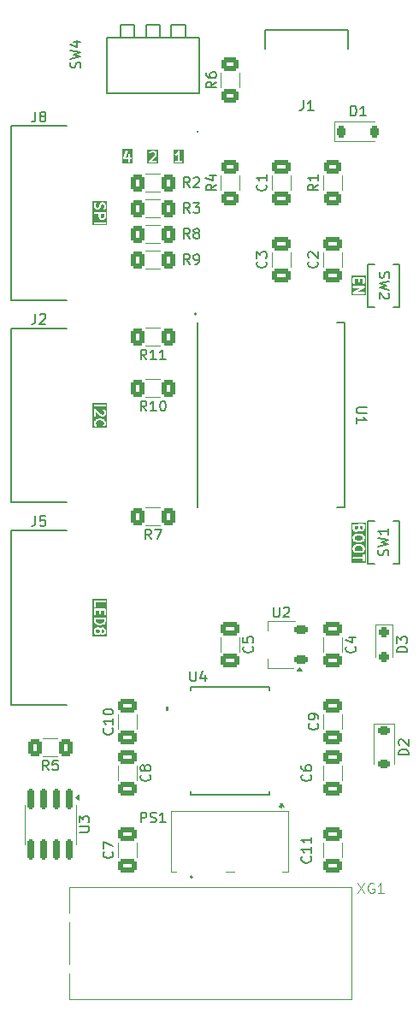
<source format=gbr>
%TF.GenerationSoftware,KiCad,Pcbnew,8.0.3-8.0.3-0~ubuntu22.04.1*%
%TF.CreationDate,2024-10-28T10:49:34+03:00*%
%TF.ProjectId,PM-ESPC3,504d2d45-5350-4433-932e-6b696361645f,rev?*%
%TF.SameCoordinates,Original*%
%TF.FileFunction,Legend,Top*%
%TF.FilePolarity,Positive*%
%FSLAX46Y46*%
G04 Gerber Fmt 4.6, Leading zero omitted, Abs format (unit mm)*
G04 Created by KiCad (PCBNEW 8.0.3-8.0.3-0~ubuntu22.04.1) date 2024-10-28 10:49:34*
%MOMM*%
%LPD*%
G01*
G04 APERTURE LIST*
G04 Aperture macros list*
%AMRoundRect*
0 Rectangle with rounded corners*
0 $1 Rounding radius*
0 $2 $3 $4 $5 $6 $7 $8 $9 X,Y pos of 4 corners*
0 Add a 4 corners polygon primitive as box body*
4,1,4,$2,$3,$4,$5,$6,$7,$8,$9,$2,$3,0*
0 Add four circle primitives for the rounded corners*
1,1,$1+$1,$2,$3*
1,1,$1+$1,$4,$5*
1,1,$1+$1,$6,$7*
1,1,$1+$1,$8,$9*
0 Add four rect primitives between the rounded corners*
20,1,$1+$1,$2,$3,$4,$5,0*
20,1,$1+$1,$4,$5,$6,$7,0*
20,1,$1+$1,$6,$7,$8,$9,0*
20,1,$1+$1,$8,$9,$2,$3,0*%
%AMFreePoly0*
4,1,9,3.862500,-0.866500,0.737500,-0.866500,0.737500,-0.450000,-0.737500,-0.450000,-0.737500,0.450000,0.737500,0.450000,0.737500,0.866500,3.862500,0.866500,3.862500,-0.866500,3.862500,-0.866500,$1*%
G04 Aperture macros list end*
%ADD10C,0.200000*%
%ADD11C,0.150000*%
%ADD12C,0.100000*%
%ADD13C,0.120000*%
%ADD14C,0.152400*%
%ADD15C,0.203200*%
%ADD16C,0.050000*%
%ADD17C,0.000000*%
%ADD18RoundRect,0.250000X-0.400000X-0.625000X0.400000X-0.625000X0.400000X0.625000X-0.400000X0.625000X0*%
%ADD19R,1.244600X1.346200*%
%ADD20R,0.889000X1.498600*%
%ADD21R,0.711200X0.711200*%
%ADD22RoundRect,0.250000X0.650000X-0.412500X0.650000X0.412500X-0.650000X0.412500X-0.650000X-0.412500X0*%
%ADD23C,3.200000*%
%ADD24R,1.500000X1.500000*%
%ADD25C,1.500000*%
%ADD26RoundRect,0.225000X0.425000X0.225000X-0.425000X0.225000X-0.425000X-0.225000X0.425000X-0.225000X0*%
%ADD27FreePoly0,180.000000*%
%ADD28R,0.406400X1.350000*%
%ADD29R,2.108200X1.600200*%
%ADD30O,1.000000X1.700000*%
%ADD31RoundRect,0.250000X0.400000X0.625000X-0.400000X0.625000X-0.400000X-0.625000X0.400000X-0.625000X0*%
%ADD32RoundRect,0.250000X-0.650000X0.412500X-0.650000X-0.412500X0.650000X-0.412500X0.650000X0.412500X0*%
%ADD33RoundRect,0.150000X-0.150000X0.825000X-0.150000X-0.825000X0.150000X-0.825000X0.150000X0.825000X0*%
%ADD34C,2.200000*%
%ADD35R,1.803400X0.635000*%
%ADD36R,2.997200X2.590800*%
%ADD37RoundRect,0.250000X-0.250000X0.250000X-0.250000X-0.250000X0.250000X-0.250000X0.250000X0.250000X0*%
%ADD38RoundRect,0.250000X0.625000X-0.400000X0.625000X0.400000X-0.625000X0.400000X-0.625000X-0.400000X0*%
%ADD39RoundRect,0.225000X-0.225000X-0.375000X0.225000X-0.375000X0.225000X0.375000X-0.225000X0.375000X0*%
%ADD40C,1.800000*%
%ADD41RoundRect,0.225000X-0.375000X0.225000X-0.375000X-0.225000X0.375000X-0.225000X0.375000X0.225000X0*%
%ADD42RoundRect,0.250000X-0.625000X0.400000X-0.625000X-0.400000X0.625000X-0.400000X0.625000X0.400000X0*%
%ADD43C,1.650000*%
%ADD44R,1.854200X0.482600*%
G04 APERTURE END LIST*
D10*
G36*
X-18037433Y-11198663D02*
G01*
X-18011656Y-11223325D01*
X-17980597Y-11283144D01*
X-17979286Y-11426474D01*
X-18008027Y-11486217D01*
X-18032685Y-11511990D01*
X-18092508Y-11543051D01*
X-18235837Y-11544362D01*
X-18295580Y-11515621D01*
X-18321356Y-11490961D01*
X-18352415Y-11431142D01*
X-18353726Y-11287810D01*
X-18324986Y-11228071D01*
X-18300323Y-11202293D01*
X-18240504Y-11171234D01*
X-18097174Y-11169923D01*
X-18037433Y-11198663D01*
G37*
G36*
X-17608862Y-11198663D02*
G01*
X-17583085Y-11223325D01*
X-17552026Y-11283144D01*
X-17550715Y-11426474D01*
X-17579456Y-11486217D01*
X-17604114Y-11511990D01*
X-17664779Y-11543488D01*
X-17666144Y-11543527D01*
X-17724152Y-11515621D01*
X-17749925Y-11490963D01*
X-17780986Y-11431140D01*
X-17782297Y-11287811D01*
X-17753557Y-11228070D01*
X-17728895Y-11202293D01*
X-17668234Y-11170797D01*
X-17666868Y-11170758D01*
X-17608862Y-11198663D01*
G37*
G36*
X-17550599Y-10336463D02*
G01*
X-17585199Y-10444307D01*
X-17650686Y-10511447D01*
X-17719293Y-10547068D01*
X-17886858Y-10590547D01*
X-18005666Y-10591953D01*
X-18172938Y-10551713D01*
X-18247608Y-10515791D01*
X-18316614Y-10448483D01*
X-18352309Y-10345301D01*
X-18353252Y-10218861D01*
X-17551487Y-10217350D01*
X-17550599Y-10336463D01*
G37*
G36*
X-17241109Y-11853968D02*
G01*
X-18663331Y-11853968D01*
X-18663331Y-11261905D01*
X-18552220Y-11261905D01*
X-18550615Y-11437413D01*
X-18551435Y-11439875D01*
X-18550468Y-11453491D01*
X-18550299Y-11471890D01*
X-18548924Y-11475209D01*
X-18548669Y-11478795D01*
X-18541662Y-11497103D01*
X-18492322Y-11592132D01*
X-18487747Y-11603176D01*
X-18484591Y-11607022D01*
X-18483599Y-11608932D01*
X-18481603Y-11610663D01*
X-18475311Y-11618330D01*
X-18425209Y-11666263D01*
X-18418293Y-11674238D01*
X-18414144Y-11676849D01*
X-18412539Y-11678385D01*
X-18410099Y-11679395D01*
X-18401702Y-11684681D01*
X-18318685Y-11724619D01*
X-18317300Y-11726004D01*
X-18306551Y-11730456D01*
X-18288156Y-11739306D01*
X-18284573Y-11739560D01*
X-18281252Y-11740936D01*
X-18261743Y-11742857D01*
X-18086236Y-11741251D01*
X-18083774Y-11742072D01*
X-18070159Y-11741104D01*
X-18051758Y-11740936D01*
X-18048438Y-11739560D01*
X-18044854Y-11739306D01*
X-18026546Y-11732300D01*
X-17931517Y-11682959D01*
X-17920472Y-11678385D01*
X-17916626Y-11675228D01*
X-17914718Y-11674238D01*
X-17912989Y-11672243D01*
X-17905318Y-11665949D01*
X-17880847Y-11640369D01*
X-17853781Y-11666263D01*
X-17846865Y-11674238D01*
X-17842716Y-11676849D01*
X-17841111Y-11678385D01*
X-17838671Y-11679395D01*
X-17830274Y-11684681D01*
X-17747257Y-11724619D01*
X-17745872Y-11726004D01*
X-17735123Y-11730456D01*
X-17716728Y-11739306D01*
X-17713145Y-11739560D01*
X-17709824Y-11740936D01*
X-17690315Y-11742857D01*
X-17655811Y-11741869D01*
X-17655203Y-11742072D01*
X-17650026Y-11741704D01*
X-17623187Y-11740936D01*
X-17619867Y-11739560D01*
X-17616283Y-11739306D01*
X-17597975Y-11732300D01*
X-17502946Y-11682959D01*
X-17491901Y-11678385D01*
X-17488055Y-11675228D01*
X-17486147Y-11674238D01*
X-17484418Y-11672243D01*
X-17476747Y-11665949D01*
X-17428814Y-11615846D01*
X-17420839Y-11608931D01*
X-17418228Y-11604781D01*
X-17416692Y-11603177D01*
X-17415682Y-11600736D01*
X-17410396Y-11592340D01*
X-17370458Y-11509322D01*
X-17369073Y-11507938D01*
X-17364621Y-11497188D01*
X-17355771Y-11478794D01*
X-17355517Y-11475210D01*
X-17354141Y-11471890D01*
X-17352220Y-11452381D01*
X-17353826Y-11276873D01*
X-17353005Y-11274412D01*
X-17353973Y-11260796D01*
X-17354141Y-11242396D01*
X-17355517Y-11239075D01*
X-17355771Y-11235492D01*
X-17362777Y-11217183D01*
X-17412120Y-11122149D01*
X-17416692Y-11111109D01*
X-17419848Y-11107263D01*
X-17420839Y-11105355D01*
X-17422837Y-11103622D01*
X-17429129Y-11095956D01*
X-17479230Y-11048024D01*
X-17486147Y-11040048D01*
X-17490297Y-11037435D01*
X-17491901Y-11035901D01*
X-17494341Y-11034890D01*
X-17502737Y-11029605D01*
X-17585755Y-10989666D01*
X-17587139Y-10988282D01*
X-17597889Y-10983829D01*
X-17616283Y-10974980D01*
X-17619867Y-10974725D01*
X-17623187Y-10973350D01*
X-17642696Y-10971429D01*
X-17677201Y-10972416D01*
X-17677808Y-10972214D01*
X-17682986Y-10972581D01*
X-17709824Y-10973350D01*
X-17713145Y-10974725D01*
X-17716728Y-10974980D01*
X-17735037Y-10981986D01*
X-17830071Y-11031328D01*
X-17841111Y-11035901D01*
X-17844957Y-11039056D01*
X-17846865Y-11040048D01*
X-17848598Y-11042045D01*
X-17856264Y-11048338D01*
X-17880736Y-11073917D01*
X-17907801Y-11048024D01*
X-17914718Y-11040048D01*
X-17918868Y-11037435D01*
X-17920472Y-11035901D01*
X-17922912Y-11034890D01*
X-17931308Y-11029605D01*
X-18014326Y-10989666D01*
X-18015710Y-10988282D01*
X-18026460Y-10983829D01*
X-18044854Y-10974980D01*
X-18048438Y-10974725D01*
X-18051758Y-10973350D01*
X-18071267Y-10971429D01*
X-18246775Y-10973034D01*
X-18249236Y-10972214D01*
X-18262852Y-10973181D01*
X-18281252Y-10973350D01*
X-18284573Y-10974725D01*
X-18288156Y-10974980D01*
X-18306465Y-10981986D01*
X-18401499Y-11031328D01*
X-18412539Y-11035901D01*
X-18416385Y-11039056D01*
X-18418293Y-11040048D01*
X-18420026Y-11042045D01*
X-18427692Y-11048338D01*
X-18475620Y-11098433D01*
X-18483599Y-11105354D01*
X-18486213Y-11109505D01*
X-18487747Y-11111110D01*
X-18488758Y-11113549D01*
X-18494042Y-11121945D01*
X-18533982Y-11204962D01*
X-18535367Y-11206348D01*
X-18539819Y-11217094D01*
X-18548669Y-11235491D01*
X-18548924Y-11239076D01*
X-18550299Y-11242396D01*
X-18552220Y-11261905D01*
X-18663331Y-11261905D01*
X-18663331Y-10119048D01*
X-18552220Y-10119048D01*
X-18550455Y-10355849D01*
X-18551435Y-10369651D01*
X-18550315Y-10374578D01*
X-18550299Y-10376652D01*
X-18549288Y-10379093D01*
X-18547088Y-10388766D01*
X-18502679Y-10517139D01*
X-18502679Y-10519509D01*
X-18497707Y-10531512D01*
X-18491476Y-10549524D01*
X-18489122Y-10552238D01*
X-18487747Y-10555557D01*
X-18475311Y-10570711D01*
X-18378927Y-10664722D01*
X-18370674Y-10674238D01*
X-18366436Y-10676905D01*
X-18364919Y-10678385D01*
X-18362482Y-10679394D01*
X-18354083Y-10684681D01*
X-18263812Y-10728109D01*
X-18256838Y-10733276D01*
X-18242204Y-10738504D01*
X-18240537Y-10739306D01*
X-18239817Y-10739357D01*
X-18238378Y-10739871D01*
X-18053066Y-10784450D01*
X-18043157Y-10788555D01*
X-18031048Y-10789747D01*
X-18028509Y-10790358D01*
X-18027051Y-10790140D01*
X-18023648Y-10790476D01*
X-17886075Y-10788848D01*
X-17875930Y-10790358D01*
X-17863952Y-10788586D01*
X-17861282Y-10788555D01*
X-17859919Y-10787990D01*
X-17856537Y-10787490D01*
X-17673458Y-10739985D01*
X-17663902Y-10739306D01*
X-17649290Y-10733714D01*
X-17647601Y-10733276D01*
X-17647021Y-10732845D01*
X-17645594Y-10732300D01*
X-17550565Y-10682959D01*
X-17539520Y-10678385D01*
X-17535674Y-10675228D01*
X-17533766Y-10674238D01*
X-17532037Y-10672243D01*
X-17524366Y-10665949D01*
X-17440538Y-10580004D01*
X-17438527Y-10578999D01*
X-17430262Y-10569469D01*
X-17416692Y-10555557D01*
X-17415318Y-10552238D01*
X-17412962Y-10549523D01*
X-17404971Y-10531623D01*
X-17359065Y-10388538D01*
X-17354141Y-10376652D01*
X-17353650Y-10371659D01*
X-17353005Y-10369651D01*
X-17353193Y-10367016D01*
X-17352220Y-10357143D01*
X-17354141Y-10099539D01*
X-17369073Y-10063491D01*
X-17396663Y-10035901D01*
X-17432711Y-10020969D01*
X-17452220Y-10019048D01*
X-18471729Y-10020969D01*
X-18507777Y-10035901D01*
X-18535367Y-10063491D01*
X-18550299Y-10099539D01*
X-18552220Y-10119048D01*
X-18663331Y-10119048D01*
X-18663331Y-9214286D01*
X-18552220Y-9214286D01*
X-18550299Y-9709985D01*
X-18535367Y-9746033D01*
X-18507777Y-9773623D01*
X-18471729Y-9788555D01*
X-18432711Y-9788555D01*
X-18396663Y-9773623D01*
X-18369073Y-9746033D01*
X-18354141Y-9709985D01*
X-18352220Y-9690476D01*
X-18353679Y-9314100D01*
X-18027870Y-9313486D01*
X-18026489Y-9567128D01*
X-18011557Y-9603176D01*
X-17983967Y-9630766D01*
X-17947919Y-9645698D01*
X-17908901Y-9645698D01*
X-17872853Y-9630766D01*
X-17845263Y-9603176D01*
X-17830331Y-9567128D01*
X-17828410Y-9547619D01*
X-17829687Y-9313112D01*
X-17551840Y-9312589D01*
X-17550299Y-9709985D01*
X-17535367Y-9746033D01*
X-17507777Y-9773623D01*
X-17471729Y-9788555D01*
X-17432711Y-9788555D01*
X-17396663Y-9773623D01*
X-17369073Y-9746033D01*
X-17354141Y-9709985D01*
X-17352220Y-9690476D01*
X-17354141Y-9194777D01*
X-17369073Y-9158729D01*
X-17396663Y-9131139D01*
X-17432711Y-9116207D01*
X-17452220Y-9114286D01*
X-18471729Y-9116207D01*
X-18507777Y-9131139D01*
X-18535367Y-9158729D01*
X-18550299Y-9194777D01*
X-18552220Y-9214286D01*
X-18663331Y-9214286D01*
X-18663331Y-8404762D01*
X-18552220Y-8404762D01*
X-18550299Y-8900461D01*
X-18535367Y-8936509D01*
X-18507777Y-8964099D01*
X-18471729Y-8979031D01*
X-18432711Y-8979031D01*
X-18396663Y-8964099D01*
X-18369073Y-8936509D01*
X-18354141Y-8900461D01*
X-18352220Y-8880952D01*
X-18353679Y-8504576D01*
X-17432711Y-8502841D01*
X-17396663Y-8487909D01*
X-17369073Y-8460319D01*
X-17354141Y-8424271D01*
X-17354141Y-8385253D01*
X-17369073Y-8349205D01*
X-17396663Y-8321615D01*
X-17432711Y-8306683D01*
X-17452220Y-8304762D01*
X-18471729Y-8306683D01*
X-18507777Y-8321615D01*
X-18535367Y-8349205D01*
X-18550299Y-8385253D01*
X-18552220Y-8404762D01*
X-18663331Y-8404762D01*
X-18663331Y-8193651D01*
X-17241109Y-8193651D01*
X-17241109Y-11853968D01*
G37*
G36*
X8378891Y21910794D02*
G01*
X6956669Y21910794D01*
X6956669Y22128890D01*
X7068024Y22128890D01*
X7069701Y22115697D01*
X7069701Y22102396D01*
X7072140Y22096508D01*
X7072944Y22090183D01*
X7079544Y22078634D01*
X7084633Y22066348D01*
X7089140Y22061841D01*
X7092303Y22056306D01*
X7102817Y22048164D01*
X7112223Y22038758D01*
X7118113Y22036319D01*
X7123152Y22032416D01*
X7135980Y22028918D01*
X7148271Y22023826D01*
X7158248Y22022844D01*
X7160795Y22022149D01*
X7162762Y22022400D01*
X7167780Y22021905D01*
X8187289Y22023826D01*
X8223337Y22038758D01*
X8250927Y22066348D01*
X8265859Y22102396D01*
X8265859Y22141414D01*
X8250927Y22177462D01*
X8223337Y22205052D01*
X8187289Y22219984D01*
X8167780Y22221905D01*
X7541036Y22220725D01*
X8211354Y22605223D01*
X8223337Y22610186D01*
X8227816Y22614666D01*
X8233379Y22617856D01*
X8241523Y22628373D01*
X8250927Y22637776D01*
X8253365Y22643664D01*
X8257270Y22648705D01*
X8260769Y22661538D01*
X8265859Y22673824D01*
X8265859Y22680200D01*
X8267536Y22686349D01*
X8265859Y22699543D01*
X8265859Y22712842D01*
X8263419Y22718731D01*
X8262616Y22725055D01*
X8256015Y22736605D01*
X8250927Y22748890D01*
X8246419Y22753398D01*
X8243257Y22758932D01*
X8232740Y22767077D01*
X8223337Y22776480D01*
X8217449Y22778919D01*
X8212408Y22782823D01*
X8199575Y22786323D01*
X8187289Y22791412D01*
X8177311Y22792395D01*
X8174765Y22793089D01*
X8172797Y22792839D01*
X8167780Y22793333D01*
X7148271Y22791412D01*
X7112223Y22776480D01*
X7084633Y22748890D01*
X7069701Y22712842D01*
X7069701Y22673824D01*
X7084633Y22637776D01*
X7112223Y22610186D01*
X7148271Y22595254D01*
X7167780Y22593333D01*
X7794523Y22594514D01*
X7124205Y22210016D01*
X7112223Y22205052D01*
X7107743Y22200573D01*
X7102181Y22197382D01*
X7094038Y22186868D01*
X7084633Y22177462D01*
X7082193Y22171572D01*
X7078291Y22166533D01*
X7074792Y22153705D01*
X7069701Y22141414D01*
X7069701Y22135039D01*
X7068024Y22128890D01*
X6956669Y22128890D01*
X6956669Y23598095D01*
X7067780Y23598095D01*
X7069701Y23102396D01*
X7084633Y23066348D01*
X7112223Y23038758D01*
X7148271Y23023826D01*
X7187289Y23023826D01*
X7223337Y23038758D01*
X7250927Y23066348D01*
X7265859Y23102396D01*
X7267780Y23121905D01*
X7266321Y23498281D01*
X7592130Y23498895D01*
X7593511Y23245253D01*
X7608443Y23209205D01*
X7636033Y23181615D01*
X7672081Y23166683D01*
X7711099Y23166683D01*
X7747147Y23181615D01*
X7774737Y23209205D01*
X7789669Y23245253D01*
X7791590Y23264762D01*
X7790313Y23499269D01*
X8068160Y23499792D01*
X8069701Y23102396D01*
X8084633Y23066348D01*
X8112223Y23038758D01*
X8148271Y23023826D01*
X8187289Y23023826D01*
X8223337Y23038758D01*
X8250927Y23066348D01*
X8265859Y23102396D01*
X8267780Y23121905D01*
X8265859Y23617604D01*
X8250927Y23653652D01*
X8223337Y23681242D01*
X8187289Y23696174D01*
X8167780Y23698095D01*
X7148271Y23696174D01*
X7112223Y23681242D01*
X7084633Y23653652D01*
X7069701Y23617604D01*
X7067780Y23598095D01*
X6956669Y23598095D01*
X6956669Y23809206D01*
X8378891Y23809206D01*
X8378891Y21910794D01*
G37*
G36*
X-17241109Y8767001D02*
G01*
X-18663331Y8767001D01*
X-18663331Y9261905D01*
X-18552220Y9261905D01*
X-18550611Y9165762D01*
X-18551435Y9154159D01*
X-18550336Y9149324D01*
X-18550299Y9147158D01*
X-18549288Y9144717D01*
X-18547088Y9135044D01*
X-18502679Y9006671D01*
X-18502679Y9004301D01*
X-18497707Y8992298D01*
X-18491476Y8974286D01*
X-18489122Y8971572D01*
X-18487747Y8968253D01*
X-18475311Y8953099D01*
X-18412539Y8893044D01*
X-18376490Y8878113D01*
X-18337472Y8878113D01*
X-18301424Y8893044D01*
X-18273834Y8920634D01*
X-18258903Y8956682D01*
X-18258903Y8995700D01*
X-18273834Y9031749D01*
X-18286271Y9046902D01*
X-18316927Y9076231D01*
X-18352424Y9178843D01*
X-18353487Y9242330D01*
X-18319241Y9349070D01*
X-18253753Y9416211D01*
X-18185149Y9451831D01*
X-18017582Y9495310D01*
X-17898775Y9496716D01*
X-17731502Y9456476D01*
X-17656832Y9420554D01*
X-17587826Y9353247D01*
X-17552017Y9249729D01*
X-17550954Y9186242D01*
X-17585341Y9079061D01*
X-17630605Y9031748D01*
X-17645537Y8995700D01*
X-17645537Y8956682D01*
X-17630605Y8920634D01*
X-17603015Y8893044D01*
X-17566967Y8878112D01*
X-17527949Y8878112D01*
X-17491901Y8893044D01*
X-17476747Y8905480D01*
X-17439661Y8944245D01*
X-17438527Y8944811D01*
X-17432790Y8951427D01*
X-17416692Y8968252D01*
X-17415318Y8971572D01*
X-17412962Y8974287D01*
X-17404971Y8992187D01*
X-17359065Y9135272D01*
X-17354141Y9147158D01*
X-17353650Y9152151D01*
X-17353005Y9154159D01*
X-17353193Y9156794D01*
X-17352220Y9166667D01*
X-17353830Y9262811D01*
X-17353005Y9274413D01*
X-17354105Y9279249D01*
X-17354141Y9281414D01*
X-17355153Y9283856D01*
X-17357352Y9293528D01*
X-17401760Y9421903D01*
X-17401760Y9424271D01*
X-17406730Y9436268D01*
X-17412962Y9454285D01*
X-17415318Y9457001D01*
X-17416692Y9460319D01*
X-17429128Y9475473D01*
X-17525518Y9569490D01*
X-17533766Y9579000D01*
X-17538003Y9581667D01*
X-17539520Y9583147D01*
X-17541960Y9584158D01*
X-17550356Y9589443D01*
X-17640628Y9632872D01*
X-17647601Y9638038D01*
X-17662234Y9643266D01*
X-17663902Y9644068D01*
X-17664625Y9644120D01*
X-17666062Y9644633D01*
X-17851373Y9689213D01*
X-17861282Y9693317D01*
X-17873392Y9694510D01*
X-17875930Y9695120D01*
X-17877389Y9694903D01*
X-17880791Y9695238D01*
X-18018365Y9693611D01*
X-18028509Y9695120D01*
X-18040488Y9693349D01*
X-18043157Y9693317D01*
X-18044521Y9692753D01*
X-18047902Y9692252D01*
X-18230982Y9644748D01*
X-18240537Y9644068D01*
X-18255153Y9638476D01*
X-18256838Y9638038D01*
X-18257418Y9637609D01*
X-18258846Y9637062D01*
X-18353880Y9587720D01*
X-18364919Y9583147D01*
X-18368764Y9579992D01*
X-18370674Y9579000D01*
X-18372407Y9577003D01*
X-18380073Y9570711D01*
X-18463901Y9484767D01*
X-18465911Y9483762D01*
X-18474177Y9474233D01*
X-18487747Y9460319D01*
X-18489122Y9457001D01*
X-18491476Y9454286D01*
X-18499468Y9436386D01*
X-18545375Y9293302D01*
X-18550299Y9281414D01*
X-18550791Y9276422D01*
X-18551435Y9274413D01*
X-18551248Y9271779D01*
X-18552220Y9261905D01*
X-18663331Y9261905D01*
X-18663331Y10595238D01*
X-18552220Y10595238D01*
X-18550299Y9956682D01*
X-18535367Y9920634D01*
X-18507777Y9893044D01*
X-18471729Y9878112D01*
X-18432711Y9878112D01*
X-18396663Y9893044D01*
X-18369073Y9920634D01*
X-18354141Y9956682D01*
X-18352220Y9976191D01*
X-18353362Y10355744D01*
X-17961282Y9965481D01*
X-17959790Y9962498D01*
X-17948089Y9952350D01*
X-17936348Y9940663D01*
X-17933030Y9939289D01*
X-17930314Y9936933D01*
X-17912414Y9928942D01*
X-17769330Y9883036D01*
X-17757443Y9878112D01*
X-17752451Y9877621D01*
X-17750442Y9876976D01*
X-17747808Y9877164D01*
X-17737934Y9876191D01*
X-17656917Y9877548D01*
X-17655203Y9876976D01*
X-17644159Y9877761D01*
X-17623187Y9878112D01*
X-17619867Y9879488D01*
X-17616283Y9879742D01*
X-17597975Y9886748D01*
X-17502946Y9936089D01*
X-17491901Y9940663D01*
X-17488055Y9943820D01*
X-17486147Y9944810D01*
X-17484418Y9946805D01*
X-17476747Y9953099D01*
X-17428814Y10003202D01*
X-17420839Y10010117D01*
X-17418228Y10014267D01*
X-17416692Y10015871D01*
X-17415682Y10018312D01*
X-17410396Y10026708D01*
X-17370458Y10109726D01*
X-17369073Y10111110D01*
X-17364621Y10121860D01*
X-17355771Y10140254D01*
X-17355517Y10143838D01*
X-17354141Y10147158D01*
X-17352220Y10166667D01*
X-17353883Y10389623D01*
X-17353005Y10392255D01*
X-17354008Y10406361D01*
X-17354141Y10424271D01*
X-17355517Y10427592D01*
X-17355771Y10431175D01*
X-17362777Y10449484D01*
X-17412120Y10544518D01*
X-17416692Y10555558D01*
X-17419848Y10559404D01*
X-17420839Y10561312D01*
X-17422837Y10563045D01*
X-17429129Y10570711D01*
X-17491901Y10630766D01*
X-17527949Y10645698D01*
X-17566967Y10645698D01*
X-17603015Y10630766D01*
X-17630605Y10603176D01*
X-17645537Y10567128D01*
X-17645537Y10528110D01*
X-17630605Y10492062D01*
X-17618169Y10476908D01*
X-17583085Y10443342D01*
X-17552063Y10383594D01*
X-17550639Y10192731D01*
X-17579456Y10132831D01*
X-17604114Y10107058D01*
X-17664257Y10075831D01*
X-17718360Y10074925D01*
X-17824654Y10109027D01*
X-18396663Y10678385D01*
X-18432711Y10693317D01*
X-18471729Y10693317D01*
X-18507777Y10678385D01*
X-18535367Y10650795D01*
X-18550299Y10614747D01*
X-18552220Y10595238D01*
X-18663331Y10595238D01*
X-18663331Y10995699D01*
X-18550299Y10995699D01*
X-18550299Y10956681D01*
X-18535367Y10920633D01*
X-18507777Y10893043D01*
X-18471729Y10878111D01*
X-18452220Y10876190D01*
X-17432711Y10878111D01*
X-17396663Y10893043D01*
X-17369073Y10920633D01*
X-17354141Y10956681D01*
X-17354141Y10995699D01*
X-17369073Y11031747D01*
X-17396663Y11059337D01*
X-17432711Y11074269D01*
X-17452220Y11076190D01*
X-18471729Y11074269D01*
X-18507777Y11059337D01*
X-18535367Y11031747D01*
X-18550299Y10995699D01*
X-18663331Y10995699D01*
X-18663331Y11187301D01*
X-17241109Y11187301D01*
X-17241109Y8767001D01*
G37*
G36*
X7972352Y-2985547D02*
G01*
X8036371Y-3047990D01*
X8067974Y-3108858D01*
X8069285Y-3252188D01*
X8040714Y-3311578D01*
X7975958Y-3377968D01*
X7828533Y-3416222D01*
X7520069Y-3417901D01*
X7363208Y-3380166D01*
X7299188Y-3317722D01*
X7267585Y-3256856D01*
X7266274Y-3113524D01*
X7294845Y-3054136D01*
X7359602Y-2987745D01*
X7507027Y-2949491D01*
X7815490Y-2947812D01*
X7972352Y-2985547D01*
G37*
G36*
X7972352Y-1937928D02*
G01*
X8036371Y-2000371D01*
X8067974Y-2061239D01*
X8069285Y-2204569D01*
X8040714Y-2263959D01*
X7975958Y-2330349D01*
X7828533Y-2368603D01*
X7520069Y-2370282D01*
X7363208Y-2332547D01*
X7299188Y-2270103D01*
X7267585Y-2209237D01*
X7266274Y-2065905D01*
X7294845Y-2006517D01*
X7359602Y-1940126D01*
X7507027Y-1901872D01*
X7815490Y-1900193D01*
X7972352Y-1937928D01*
G37*
G36*
X7593290Y-1161929D02*
G01*
X7558469Y-1270463D01*
X7539696Y-1290085D01*
X7479761Y-1321204D01*
X7383915Y-1322338D01*
X7324420Y-1293716D01*
X7298644Y-1269056D01*
X7267678Y-1209416D01*
X7266431Y-949338D01*
X7592130Y-948724D01*
X7593290Y-1161929D01*
G37*
G36*
X8069451Y-1156605D02*
G01*
X8040544Y-1216693D01*
X8015886Y-1242466D01*
X7955743Y-1273693D01*
X7907279Y-1274505D01*
X7848229Y-1246097D01*
X7822456Y-1221439D01*
X7791475Y-1161770D01*
X7790313Y-948350D01*
X8068315Y-947827D01*
X8069451Y-1156605D01*
G37*
G36*
X8378891Y-4582523D02*
G01*
X6956669Y-4582523D01*
X6956669Y-4068110D01*
X7069701Y-4068110D01*
X7069701Y-4107128D01*
X7084633Y-4143176D01*
X7112223Y-4170766D01*
X7148271Y-4185698D01*
X7167780Y-4187619D01*
X8069028Y-4185920D01*
X8069701Y-4392842D01*
X8084633Y-4428890D01*
X8112223Y-4456480D01*
X8148271Y-4471412D01*
X8187289Y-4471412D01*
X8223337Y-4456480D01*
X8250927Y-4428890D01*
X8265859Y-4392842D01*
X8267780Y-4373333D01*
X8265859Y-3782396D01*
X8250927Y-3746348D01*
X8223337Y-3718758D01*
X8187289Y-3703826D01*
X8148271Y-3703826D01*
X8112223Y-3718758D01*
X8084633Y-3746348D01*
X8069701Y-3782396D01*
X8067780Y-3801905D01*
X8068384Y-3987806D01*
X7148271Y-3989540D01*
X7112223Y-4004472D01*
X7084633Y-4032062D01*
X7069701Y-4068110D01*
X6956669Y-4068110D01*
X6956669Y-3087619D01*
X7067780Y-3087619D01*
X7069385Y-3263127D01*
X7068565Y-3265589D01*
X7069532Y-3279205D01*
X7069701Y-3297604D01*
X7071076Y-3300923D01*
X7071331Y-3304509D01*
X7078338Y-3322817D01*
X7127678Y-3417846D01*
X7132253Y-3428890D01*
X7135409Y-3432736D01*
X7136401Y-3434646D01*
X7138397Y-3436377D01*
X7144689Y-3444044D01*
X7233544Y-3530711D01*
X7236574Y-3535761D01*
X7245508Y-3542380D01*
X7255081Y-3551718D01*
X7261949Y-3554563D01*
X7267924Y-3558990D01*
X7286384Y-3565585D01*
X7471696Y-3610164D01*
X7481605Y-3614269D01*
X7493714Y-3615461D01*
X7496253Y-3616072D01*
X7497711Y-3615854D01*
X7501114Y-3616190D01*
X7828136Y-3614409D01*
X7839308Y-3616072D01*
X7851405Y-3614282D01*
X7853956Y-3614269D01*
X7855319Y-3613704D01*
X7858701Y-3613204D01*
X8038116Y-3566650D01*
X8044432Y-3566650D01*
X8055022Y-3562263D01*
X8067637Y-3558990D01*
X8073611Y-3554563D01*
X8080480Y-3551718D01*
X8095634Y-3539282D01*
X8189645Y-3442897D01*
X8199161Y-3434645D01*
X8201828Y-3430406D01*
X8203308Y-3428890D01*
X8204317Y-3426452D01*
X8209604Y-3418054D01*
X8249542Y-3335036D01*
X8250927Y-3333652D01*
X8255379Y-3322902D01*
X8264229Y-3304508D01*
X8264483Y-3300924D01*
X8265859Y-3297604D01*
X8267780Y-3278095D01*
X8266174Y-3102587D01*
X8266995Y-3100126D01*
X8266027Y-3086510D01*
X8265859Y-3068110D01*
X8264483Y-3064789D01*
X8264229Y-3061206D01*
X8257223Y-3042897D01*
X8207880Y-2947863D01*
X8203308Y-2936824D01*
X8200152Y-2932979D01*
X8199161Y-2931069D01*
X8197163Y-2929336D01*
X8190872Y-2921670D01*
X8102016Y-2835002D01*
X8098987Y-2829953D01*
X8090052Y-2823333D01*
X8080480Y-2813996D01*
X8073611Y-2811150D01*
X8067637Y-2806724D01*
X8049176Y-2800129D01*
X7863865Y-2755549D01*
X7853956Y-2751445D01*
X7841846Y-2750252D01*
X7839308Y-2749642D01*
X7837849Y-2749859D01*
X7834447Y-2749524D01*
X7507424Y-2751304D01*
X7496253Y-2749642D01*
X7484155Y-2751431D01*
X7481605Y-2751445D01*
X7480241Y-2752009D01*
X7476860Y-2752510D01*
X7297445Y-2799064D01*
X7291129Y-2799064D01*
X7280538Y-2803450D01*
X7267924Y-2806724D01*
X7261949Y-2811150D01*
X7255081Y-2813996D01*
X7239927Y-2826432D01*
X7145916Y-2922816D01*
X7136401Y-2931068D01*
X7133733Y-2935306D01*
X7132253Y-2936824D01*
X7131242Y-2939263D01*
X7125958Y-2947659D01*
X7086018Y-3030676D01*
X7084633Y-3032062D01*
X7080181Y-3042808D01*
X7071331Y-3061205D01*
X7071076Y-3064790D01*
X7069701Y-3068110D01*
X7067780Y-3087619D01*
X6956669Y-3087619D01*
X6956669Y-2040000D01*
X7067780Y-2040000D01*
X7069385Y-2215508D01*
X7068565Y-2217970D01*
X7069532Y-2231586D01*
X7069701Y-2249985D01*
X7071076Y-2253304D01*
X7071331Y-2256890D01*
X7078338Y-2275198D01*
X7127678Y-2370227D01*
X7132253Y-2381271D01*
X7135409Y-2385117D01*
X7136401Y-2387027D01*
X7138397Y-2388758D01*
X7144689Y-2396425D01*
X7233544Y-2483092D01*
X7236574Y-2488142D01*
X7245508Y-2494761D01*
X7255081Y-2504099D01*
X7261949Y-2506944D01*
X7267924Y-2511371D01*
X7286384Y-2517966D01*
X7471696Y-2562545D01*
X7481605Y-2566650D01*
X7493714Y-2567842D01*
X7496253Y-2568453D01*
X7497711Y-2568235D01*
X7501114Y-2568571D01*
X7828136Y-2566790D01*
X7839308Y-2568453D01*
X7851405Y-2566663D01*
X7853956Y-2566650D01*
X7855319Y-2566085D01*
X7858701Y-2565585D01*
X8038116Y-2519031D01*
X8044432Y-2519031D01*
X8055022Y-2514644D01*
X8067637Y-2511371D01*
X8073611Y-2506944D01*
X8080480Y-2504099D01*
X8095634Y-2491663D01*
X8189645Y-2395278D01*
X8199161Y-2387026D01*
X8201828Y-2382787D01*
X8203308Y-2381271D01*
X8204317Y-2378833D01*
X8209604Y-2370435D01*
X8249542Y-2287417D01*
X8250927Y-2286033D01*
X8255379Y-2275283D01*
X8264229Y-2256889D01*
X8264483Y-2253305D01*
X8265859Y-2249985D01*
X8267780Y-2230476D01*
X8266174Y-2054968D01*
X8266995Y-2052507D01*
X8266027Y-2038891D01*
X8265859Y-2020491D01*
X8264483Y-2017170D01*
X8264229Y-2013587D01*
X8257223Y-1995278D01*
X8207880Y-1900244D01*
X8203308Y-1889205D01*
X8200152Y-1885360D01*
X8199161Y-1883450D01*
X8197163Y-1881717D01*
X8190872Y-1874051D01*
X8102016Y-1787383D01*
X8098987Y-1782334D01*
X8090052Y-1775714D01*
X8080480Y-1766377D01*
X8073611Y-1763531D01*
X8067637Y-1759105D01*
X8049176Y-1752510D01*
X7863865Y-1707930D01*
X7853956Y-1703826D01*
X7841846Y-1702633D01*
X7839308Y-1702023D01*
X7837849Y-1702240D01*
X7834447Y-1701905D01*
X7507424Y-1703685D01*
X7496253Y-1702023D01*
X7484155Y-1703812D01*
X7481605Y-1703826D01*
X7480241Y-1704390D01*
X7476860Y-1704891D01*
X7297445Y-1751445D01*
X7291129Y-1751445D01*
X7280538Y-1755831D01*
X7267924Y-1759105D01*
X7261949Y-1763531D01*
X7255081Y-1766377D01*
X7239927Y-1778813D01*
X7145916Y-1875197D01*
X7136401Y-1883449D01*
X7133733Y-1887687D01*
X7132253Y-1889205D01*
X7131242Y-1891644D01*
X7125958Y-1900040D01*
X7086018Y-1983057D01*
X7084633Y-1984443D01*
X7080181Y-1995189D01*
X7071331Y-2013586D01*
X7071076Y-2017171D01*
X7069701Y-2020491D01*
X7067780Y-2040000D01*
X6956669Y-2040000D01*
X6956669Y-849524D01*
X7067780Y-849524D01*
X7069533Y-1215064D01*
X7068565Y-1217970D01*
X7069618Y-1232794D01*
X7069701Y-1249985D01*
X7071076Y-1253304D01*
X7071331Y-1256890D01*
X7078338Y-1275198D01*
X7127678Y-1370227D01*
X7132253Y-1381271D01*
X7135409Y-1385117D01*
X7136401Y-1387027D01*
X7138397Y-1388758D01*
X7144689Y-1396425D01*
X7194791Y-1444358D01*
X7201707Y-1452333D01*
X7205856Y-1454944D01*
X7207461Y-1456480D01*
X7209901Y-1457490D01*
X7218298Y-1462776D01*
X7301315Y-1502714D01*
X7302700Y-1504099D01*
X7313449Y-1508551D01*
X7331844Y-1517401D01*
X7335427Y-1517655D01*
X7338748Y-1519031D01*
X7358257Y-1520952D01*
X7486413Y-1519435D01*
X7488607Y-1520167D01*
X7501389Y-1519258D01*
X7520623Y-1519031D01*
X7523943Y-1517655D01*
X7527527Y-1517401D01*
X7545835Y-1510395D01*
X7640864Y-1461054D01*
X7651909Y-1456480D01*
X7655755Y-1453323D01*
X7657663Y-1452333D01*
X7659392Y-1450338D01*
X7667063Y-1444044D01*
X7704149Y-1405279D01*
X7705283Y-1404713D01*
X7711020Y-1398097D01*
X7715321Y-1393602D01*
X7718600Y-1396739D01*
X7725516Y-1404714D01*
X7729665Y-1407325D01*
X7731270Y-1408861D01*
X7733710Y-1409871D01*
X7742107Y-1415157D01*
X7825124Y-1455095D01*
X7826509Y-1456480D01*
X7837258Y-1460932D01*
X7855653Y-1469782D01*
X7859236Y-1470036D01*
X7862557Y-1471412D01*
X7882066Y-1473333D01*
X7963083Y-1471976D01*
X7964797Y-1472548D01*
X7975841Y-1471763D01*
X7996813Y-1471412D01*
X8000133Y-1470036D01*
X8003717Y-1469782D01*
X8022025Y-1462776D01*
X8117054Y-1413435D01*
X8128099Y-1408861D01*
X8131945Y-1405704D01*
X8133853Y-1404714D01*
X8135582Y-1402719D01*
X8143253Y-1396425D01*
X8191186Y-1346322D01*
X8199161Y-1339407D01*
X8201772Y-1335257D01*
X8203308Y-1333653D01*
X8204318Y-1331212D01*
X8209604Y-1322816D01*
X8249542Y-1239798D01*
X8250927Y-1238414D01*
X8255379Y-1227664D01*
X8264229Y-1209270D01*
X8264483Y-1205686D01*
X8265859Y-1202366D01*
X8267780Y-1182857D01*
X8265859Y-830015D01*
X8250927Y-793967D01*
X8223337Y-766377D01*
X8187289Y-751445D01*
X8167780Y-749524D01*
X7148271Y-751445D01*
X7112223Y-766377D01*
X7084633Y-793967D01*
X7069701Y-830015D01*
X7067780Y-849524D01*
X6956669Y-849524D01*
X6956669Y-638413D01*
X8378891Y-638413D01*
X8378891Y-4582523D01*
G37*
G36*
X-14697477Y34898591D02*
G01*
X-15736040Y34898591D01*
X-15736040Y35453622D01*
X-15624929Y35453622D01*
X-15623793Y35437638D01*
X-15623793Y35421606D01*
X-15622418Y35418286D01*
X-15622163Y35414702D01*
X-15614996Y35400367D01*
X-15608861Y35385558D01*
X-15606321Y35383018D01*
X-15604713Y35379803D01*
X-15592602Y35369299D01*
X-15581271Y35357968D01*
X-15577953Y35356594D01*
X-15575237Y35354238D01*
X-15560028Y35349169D01*
X-15545223Y35343036D01*
X-15540123Y35342534D01*
X-15538221Y35341900D01*
X-15535588Y35342088D01*
X-15525714Y35341115D01*
X-15148315Y35342251D01*
X-15147603Y35088272D01*
X-15132671Y35052224D01*
X-15105081Y35024634D01*
X-15069033Y35009702D01*
X-15030015Y35009702D01*
X-14993967Y35024634D01*
X-14966377Y35052224D01*
X-14951445Y35088272D01*
X-14949524Y35107781D01*
X-14950183Y35342847D01*
X-14887158Y35343036D01*
X-14851110Y35357968D01*
X-14823520Y35385558D01*
X-14808588Y35421606D01*
X-14808588Y35460624D01*
X-14823520Y35496672D01*
X-14851110Y35524262D01*
X-14887158Y35539194D01*
X-14906667Y35541115D01*
X-14950737Y35540983D01*
X-14951445Y35793957D01*
X-14966377Y35830005D01*
X-14993967Y35857595D01*
X-15030015Y35872527D01*
X-15069033Y35872527D01*
X-15105081Y35857595D01*
X-15132671Y35830005D01*
X-15147603Y35793957D01*
X-15149524Y35774448D01*
X-15148869Y35540387D01*
X-15387814Y35539668D01*
X-15188404Y36142892D01*
X-15191170Y36181812D01*
X-15208620Y36216711D01*
X-15238096Y36242276D01*
X-15275112Y36254615D01*
X-15314032Y36251848D01*
X-15348931Y36234399D01*
X-15374496Y36204923D01*
X-15382487Y36187022D01*
X-15617957Y35474715D01*
X-15623793Y35460624D01*
X-15623793Y35457059D01*
X-15624929Y35453622D01*
X-15736040Y35453622D01*
X-15736040Y36365726D01*
X-14697477Y36365726D01*
X-14697477Y34898591D01*
G37*
G36*
X-12203175Y34896670D02*
G01*
X-13242523Y34896670D01*
X-13242523Y35127290D01*
X-13131412Y35127290D01*
X-13131412Y35088272D01*
X-13116480Y35052224D01*
X-13088890Y35024634D01*
X-13052842Y35009702D01*
X-13033333Y35007781D01*
X-12394777Y35009702D01*
X-12358729Y35024634D01*
X-12331139Y35052224D01*
X-12316207Y35088272D01*
X-12316207Y35127290D01*
X-12331139Y35163338D01*
X-12358729Y35190928D01*
X-12394777Y35205860D01*
X-12414286Y35207781D01*
X-12793839Y35206640D01*
X-12403576Y35598720D01*
X-12400593Y35600211D01*
X-12390445Y35611913D01*
X-12378758Y35623653D01*
X-12377384Y35626972D01*
X-12375028Y35629687D01*
X-12367037Y35647587D01*
X-12321131Y35790672D01*
X-12316207Y35802558D01*
X-12315716Y35807551D01*
X-12315071Y35809559D01*
X-12315259Y35812194D01*
X-12314286Y35822067D01*
X-12315643Y35903085D01*
X-12315071Y35904798D01*
X-12315856Y35915843D01*
X-12316207Y35936814D01*
X-12317583Y35940135D01*
X-12317837Y35943718D01*
X-12324843Y35962027D01*
X-12374186Y36057061D01*
X-12378758Y36068101D01*
X-12381914Y36071947D01*
X-12382905Y36073855D01*
X-12384903Y36075588D01*
X-12391195Y36083254D01*
X-12441296Y36131186D01*
X-12448213Y36139162D01*
X-12452363Y36141775D01*
X-12453967Y36143309D01*
X-12456407Y36144320D01*
X-12464803Y36149605D01*
X-12547821Y36189544D01*
X-12549205Y36190928D01*
X-12559955Y36195381D01*
X-12578349Y36204230D01*
X-12581933Y36204485D01*
X-12585253Y36205860D01*
X-12604762Y36207781D01*
X-12827718Y36206119D01*
X-12830350Y36206996D01*
X-12844456Y36205994D01*
X-12862366Y36205860D01*
X-12865687Y36204485D01*
X-12869270Y36204230D01*
X-12887579Y36197224D01*
X-12982613Y36147882D01*
X-12993653Y36143309D01*
X-12997499Y36140154D01*
X-12999407Y36139162D01*
X-13001140Y36137165D01*
X-13008806Y36130872D01*
X-13068861Y36068100D01*
X-13083793Y36032052D01*
X-13083793Y35993034D01*
X-13068861Y35956986D01*
X-13041271Y35929396D01*
X-13005223Y35914464D01*
X-12966205Y35914464D01*
X-12930157Y35929396D01*
X-12915003Y35941832D01*
X-12881437Y35976917D01*
X-12821689Y36007939D01*
X-12630826Y36009363D01*
X-12570928Y35980547D01*
X-12545151Y35955885D01*
X-12513926Y35895746D01*
X-12513020Y35841642D01*
X-12547122Y35735348D01*
X-13116480Y35163338D01*
X-13131412Y35127290D01*
X-13242523Y35127290D01*
X-13242523Y36318892D01*
X-12203175Y36318892D01*
X-12203175Y34896670D01*
G37*
G36*
X-17550519Y29669170D02*
G01*
X-17579456Y29609021D01*
X-17604114Y29583248D01*
X-17664049Y29552129D01*
X-17759895Y29550995D01*
X-17819390Y29579617D01*
X-17845163Y29604275D01*
X-17876131Y29663918D01*
X-17877382Y29924893D01*
X-17551749Y29925506D01*
X-17550519Y29669170D01*
G37*
G36*
X-17241109Y28812698D02*
G01*
X-18663331Y28812698D01*
X-18663331Y29043318D01*
X-18550299Y29043318D01*
X-18550299Y29004300D01*
X-18535367Y28968252D01*
X-18507777Y28940662D01*
X-18471729Y28925730D01*
X-18452220Y28923809D01*
X-17432711Y28925730D01*
X-17396663Y28940662D01*
X-17369073Y28968252D01*
X-17354141Y29004300D01*
X-17354141Y29043318D01*
X-17369073Y29079366D01*
X-17396663Y29106956D01*
X-17432711Y29121888D01*
X-17452220Y29123809D01*
X-18471729Y29121888D01*
X-18507777Y29106956D01*
X-18535367Y29079366D01*
X-18550299Y29043318D01*
X-18663331Y29043318D01*
X-18663331Y30043318D01*
X-18550299Y30043318D01*
X-18550299Y30004300D01*
X-18535367Y29968252D01*
X-18507777Y29940662D01*
X-18471729Y29925730D01*
X-18452220Y29923809D01*
X-18075553Y29924519D01*
X-18074276Y29658270D01*
X-18075244Y29655364D01*
X-18074191Y29640540D01*
X-18074108Y29623348D01*
X-18072733Y29620028D01*
X-18072478Y29616444D01*
X-18065472Y29598136D01*
X-18016132Y29503107D01*
X-18011557Y29492062D01*
X-18008401Y29488216D01*
X-18007410Y29486308D01*
X-18005416Y29484579D01*
X-17999121Y29476908D01*
X-17949019Y29428975D01*
X-17942103Y29421000D01*
X-17937954Y29418389D01*
X-17936349Y29416853D01*
X-17933909Y29415843D01*
X-17925512Y29410557D01*
X-17842495Y29370619D01*
X-17841110Y29369234D01*
X-17830361Y29364782D01*
X-17811966Y29355932D01*
X-17808383Y29355678D01*
X-17805062Y29354302D01*
X-17785553Y29352381D01*
X-17657397Y29353898D01*
X-17655203Y29353166D01*
X-17642421Y29354075D01*
X-17623187Y29354302D01*
X-17619867Y29355678D01*
X-17616283Y29355932D01*
X-17597975Y29362938D01*
X-17502946Y29412279D01*
X-17491901Y29416853D01*
X-17488055Y29420010D01*
X-17486147Y29421000D01*
X-17484418Y29422995D01*
X-17476747Y29429289D01*
X-17428814Y29479392D01*
X-17420839Y29486307D01*
X-17418228Y29490457D01*
X-17416692Y29492061D01*
X-17415682Y29494502D01*
X-17410396Y29502898D01*
X-17370458Y29585916D01*
X-17369073Y29587300D01*
X-17364621Y29598050D01*
X-17355771Y29616444D01*
X-17355517Y29620028D01*
X-17354141Y29623348D01*
X-17352220Y29642857D01*
X-17354141Y30043318D01*
X-17369073Y30079366D01*
X-17396663Y30106956D01*
X-17432711Y30121888D01*
X-17452220Y30123809D01*
X-18471729Y30121888D01*
X-18507777Y30106956D01*
X-18535367Y30079366D01*
X-18550299Y30043318D01*
X-18663331Y30043318D01*
X-18663331Y30880952D01*
X-18552220Y30880952D01*
X-18550558Y30657997D01*
X-18551435Y30655363D01*
X-18550433Y30641258D01*
X-18550299Y30623348D01*
X-18548924Y30620029D01*
X-18548669Y30616443D01*
X-18541662Y30598135D01*
X-18492322Y30503106D01*
X-18487747Y30492062D01*
X-18484591Y30488216D01*
X-18483599Y30486306D01*
X-18481603Y30484575D01*
X-18475311Y30476908D01*
X-18425209Y30428975D01*
X-18418293Y30421000D01*
X-18414144Y30418389D01*
X-18412539Y30416853D01*
X-18410099Y30415843D01*
X-18401702Y30410557D01*
X-18318685Y30370619D01*
X-18317300Y30369234D01*
X-18306551Y30364782D01*
X-18288156Y30355932D01*
X-18284573Y30355678D01*
X-18281252Y30354302D01*
X-18261743Y30352381D01*
X-18180726Y30353738D01*
X-18179012Y30353166D01*
X-18167968Y30353951D01*
X-18146996Y30354302D01*
X-18143676Y30355678D01*
X-18140092Y30355932D01*
X-18121784Y30362938D01*
X-18026755Y30412279D01*
X-18015710Y30416853D01*
X-18011864Y30420010D01*
X-18009956Y30421000D01*
X-18008227Y30422995D01*
X-18000556Y30429289D01*
X-17952623Y30479392D01*
X-17944648Y30486307D01*
X-17942037Y30490457D01*
X-17940501Y30492061D01*
X-17939491Y30494502D01*
X-17934205Y30502898D01*
X-17890777Y30593170D01*
X-17885610Y30600143D01*
X-17880382Y30614778D01*
X-17879580Y30616444D01*
X-17879529Y30617165D01*
X-17879015Y30618603D01*
X-17837267Y30792147D01*
X-17801176Y30867168D01*
X-17776514Y30892945D01*
X-17716375Y30924170D01*
X-17667910Y30924982D01*
X-17608862Y30896575D01*
X-17583085Y30871913D01*
X-17552063Y30812165D01*
X-17550599Y30615918D01*
X-17599054Y30464888D01*
X-17596288Y30425968D01*
X-17578838Y30391069D01*
X-17549362Y30365504D01*
X-17512346Y30353166D01*
X-17473426Y30355932D01*
X-17438527Y30373382D01*
X-17412962Y30402858D01*
X-17404971Y30420758D01*
X-17359065Y30563843D01*
X-17354141Y30575729D01*
X-17353650Y30580722D01*
X-17353005Y30582730D01*
X-17353193Y30585365D01*
X-17352220Y30595238D01*
X-17353883Y30818194D01*
X-17353005Y30820826D01*
X-17354008Y30834932D01*
X-17354141Y30852842D01*
X-17355517Y30856163D01*
X-17355771Y30859746D01*
X-17362777Y30878055D01*
X-17412120Y30973089D01*
X-17416692Y30984129D01*
X-17419848Y30987975D01*
X-17420839Y30989883D01*
X-17422837Y30991616D01*
X-17429129Y30999282D01*
X-17479230Y31047214D01*
X-17486147Y31055190D01*
X-17490297Y31057803D01*
X-17491901Y31059337D01*
X-17494341Y31060348D01*
X-17502737Y31065633D01*
X-17585755Y31105572D01*
X-17587139Y31106956D01*
X-17597889Y31111409D01*
X-17616283Y31120258D01*
X-17619867Y31120513D01*
X-17623187Y31121888D01*
X-17642696Y31123809D01*
X-17723714Y31122453D01*
X-17725427Y31123024D01*
X-17736472Y31122240D01*
X-17757443Y31121888D01*
X-17760764Y31120513D01*
X-17764347Y31120258D01*
X-17782656Y31113252D01*
X-17877690Y31063910D01*
X-17888730Y31059337D01*
X-17892576Y31056182D01*
X-17894484Y31055190D01*
X-17896217Y31053193D01*
X-17903883Y31046900D01*
X-17951815Y30996800D01*
X-17959791Y30989882D01*
X-17962404Y30985733D01*
X-17963938Y30984128D01*
X-17964949Y30981689D01*
X-17970234Y30973292D01*
X-18013663Y30883021D01*
X-18018829Y30876047D01*
X-18024057Y30861415D01*
X-18024859Y30859746D01*
X-18024911Y30859024D01*
X-18025424Y30857586D01*
X-18067173Y30684044D01*
X-18103265Y30609021D01*
X-18127923Y30583248D01*
X-18188066Y30552021D01*
X-18236530Y30551209D01*
X-18295580Y30579617D01*
X-18321356Y30604277D01*
X-18352378Y30664026D01*
X-18353842Y30860272D01*
X-18305385Y31011301D01*
X-18308151Y31050221D01*
X-18325600Y31085120D01*
X-18355076Y31110685D01*
X-18392092Y31123024D01*
X-18431012Y31120258D01*
X-18465911Y31102809D01*
X-18491476Y31073333D01*
X-18499468Y31055433D01*
X-18545375Y30912349D01*
X-18550299Y30900461D01*
X-18550791Y30895469D01*
X-18551435Y30893460D01*
X-18551248Y30890826D01*
X-18552220Y30880952D01*
X-18663331Y30880952D01*
X-18663331Y31234920D01*
X-17241109Y31234920D01*
X-17241109Y28812698D01*
G37*
G36*
X-9665096Y34896670D02*
G01*
X-10656040Y34896670D01*
X-10656040Y35834574D01*
X-10544929Y35834574D01*
X-10542163Y35795654D01*
X-10524714Y35760755D01*
X-10495237Y35735191D01*
X-10458221Y35722852D01*
X-10419301Y35725618D01*
X-10400993Y35732624D01*
X-10305964Y35781965D01*
X-10294919Y35786539D01*
X-10291073Y35789696D01*
X-10289165Y35790686D01*
X-10287436Y35792681D01*
X-10279765Y35798975D01*
X-10259458Y35819796D01*
X-10258302Y35206533D01*
X-10465223Y35205860D01*
X-10501271Y35190928D01*
X-10528861Y35163338D01*
X-10543793Y35127290D01*
X-10543793Y35088272D01*
X-10528861Y35052224D01*
X-10501271Y35024634D01*
X-10465223Y35009702D01*
X-10445714Y35007781D01*
X-9854777Y35009702D01*
X-9818729Y35024634D01*
X-9791139Y35052224D01*
X-9776207Y35088272D01*
X-9776207Y35127290D01*
X-9791139Y35163338D01*
X-9818729Y35190928D01*
X-9854777Y35205860D01*
X-9874286Y35207781D01*
X-10060188Y35207177D01*
X-10061867Y36098450D01*
X-10060000Y36107886D01*
X-10061903Y36117398D01*
X-10061921Y36127290D01*
X-10065711Y36136439D01*
X-10067652Y36146146D01*
X-10073104Y36154287D01*
X-10076853Y36163338D01*
X-10083853Y36170338D01*
X-10089363Y36178566D01*
X-10097518Y36184003D01*
X-10104443Y36190928D01*
X-10113587Y36194716D01*
X-10121828Y36200210D01*
X-10131442Y36202112D01*
X-10140491Y36205860D01*
X-10150392Y36205860D01*
X-10160104Y36207781D01*
X-10169709Y36205860D01*
X-10179509Y36205860D01*
X-10188658Y36202071D01*
X-10198365Y36200129D01*
X-10206506Y36194678D01*
X-10215557Y36190928D01*
X-10222557Y36183929D01*
X-10230785Y36178418D01*
X-10243074Y36163412D01*
X-10243147Y36163338D01*
X-10243161Y36163306D01*
X-10243205Y36163251D01*
X-10327439Y36034108D01*
X-10406085Y35953477D01*
X-10507026Y35901067D01*
X-10532590Y35871590D01*
X-10544929Y35834574D01*
X-10656040Y35834574D01*
X-10656040Y36318892D01*
X-9665096Y36318892D01*
X-9665096Y34896670D01*
G37*
D11*
X-9056667Y24945181D02*
X-9390000Y25421372D01*
X-9628095Y24945181D02*
X-9628095Y25945181D01*
X-9628095Y25945181D02*
X-9247143Y25945181D01*
X-9247143Y25945181D02*
X-9151905Y25897562D01*
X-9151905Y25897562D02*
X-9104286Y25849943D01*
X-9104286Y25849943D02*
X-9056667Y25754705D01*
X-9056667Y25754705D02*
X-9056667Y25611848D01*
X-9056667Y25611848D02*
X-9104286Y25516610D01*
X-9104286Y25516610D02*
X-9151905Y25468991D01*
X-9151905Y25468991D02*
X-9247143Y25421372D01*
X-9247143Y25421372D02*
X-9628095Y25421372D01*
X-8580476Y24945181D02*
X-8390000Y24945181D01*
X-8390000Y24945181D02*
X-8294762Y24992800D01*
X-8294762Y24992800D02*
X-8247143Y25040420D01*
X-8247143Y25040420D02*
X-8151905Y25183277D01*
X-8151905Y25183277D02*
X-8104286Y25373753D01*
X-8104286Y25373753D02*
X-8104286Y25754705D01*
X-8104286Y25754705D02*
X-8151905Y25849943D01*
X-8151905Y25849943D02*
X-8199524Y25897562D01*
X-8199524Y25897562D02*
X-8294762Y25945181D01*
X-8294762Y25945181D02*
X-8485238Y25945181D01*
X-8485238Y25945181D02*
X-8580476Y25897562D01*
X-8580476Y25897562D02*
X-8628095Y25849943D01*
X-8628095Y25849943D02*
X-8675714Y25754705D01*
X-8675714Y25754705D02*
X-8675714Y25516610D01*
X-8675714Y25516610D02*
X-8628095Y25421372D01*
X-8628095Y25421372D02*
X-8580476Y25373753D01*
X-8580476Y25373753D02*
X-8485238Y25326134D01*
X-8485238Y25326134D02*
X-8294762Y25326134D01*
X-8294762Y25326134D02*
X-8199524Y25373753D01*
X-8199524Y25373753D02*
X-8151905Y25421372D01*
X-8151905Y25421372D02*
X-8104286Y25516610D01*
X9752800Y24193333D02*
X9705180Y24050476D01*
X9705180Y24050476D02*
X9705180Y23812381D01*
X9705180Y23812381D02*
X9752800Y23717143D01*
X9752800Y23717143D02*
X9800419Y23669524D01*
X9800419Y23669524D02*
X9895657Y23621905D01*
X9895657Y23621905D02*
X9990895Y23621905D01*
X9990895Y23621905D02*
X10086133Y23669524D01*
X10086133Y23669524D02*
X10133752Y23717143D01*
X10133752Y23717143D02*
X10181371Y23812381D01*
X10181371Y23812381D02*
X10228990Y24002857D01*
X10228990Y24002857D02*
X10276609Y24098095D01*
X10276609Y24098095D02*
X10324228Y24145714D01*
X10324228Y24145714D02*
X10419466Y24193333D01*
X10419466Y24193333D02*
X10514704Y24193333D01*
X10514704Y24193333D02*
X10609942Y24145714D01*
X10609942Y24145714D02*
X10657561Y24098095D01*
X10657561Y24098095D02*
X10705180Y24002857D01*
X10705180Y24002857D02*
X10705180Y23764762D01*
X10705180Y23764762D02*
X10657561Y23621905D01*
X10705180Y23288571D02*
X9705180Y23050476D01*
X9705180Y23050476D02*
X10419466Y22860000D01*
X10419466Y22860000D02*
X9705180Y22669524D01*
X9705180Y22669524D02*
X10705180Y22431428D01*
X10609942Y22098095D02*
X10657561Y22050476D01*
X10657561Y22050476D02*
X10705180Y21955238D01*
X10705180Y21955238D02*
X10705180Y21717143D01*
X10705180Y21717143D02*
X10657561Y21621905D01*
X10657561Y21621905D02*
X10609942Y21574286D01*
X10609942Y21574286D02*
X10514704Y21526667D01*
X10514704Y21526667D02*
X10419466Y21526667D01*
X10419466Y21526667D02*
X10276609Y21574286D01*
X10276609Y21574286D02*
X9705180Y22145714D01*
X9705180Y22145714D02*
X9705180Y21526667D01*
X8445180Y10781905D02*
X7635657Y10781905D01*
X7635657Y10781905D02*
X7540419Y10734286D01*
X7540419Y10734286D02*
X7492800Y10686667D01*
X7492800Y10686667D02*
X7445180Y10591429D01*
X7445180Y10591429D02*
X7445180Y10400953D01*
X7445180Y10400953D02*
X7492800Y10305715D01*
X7492800Y10305715D02*
X7540419Y10258096D01*
X7540419Y10258096D02*
X7635657Y10210477D01*
X7635657Y10210477D02*
X8445180Y10210477D01*
X7445180Y9210477D02*
X7445180Y9781905D01*
X7445180Y9496191D02*
X8445180Y9496191D01*
X8445180Y9496191D02*
X8302323Y9591429D01*
X8302323Y9591429D02*
X8207085Y9686667D01*
X8207085Y9686667D02*
X8159466Y9781905D01*
X3589580Y-20486666D02*
X3637200Y-20534285D01*
X3637200Y-20534285D02*
X3684819Y-20677142D01*
X3684819Y-20677142D02*
X3684819Y-20772380D01*
X3684819Y-20772380D02*
X3637200Y-20915237D01*
X3637200Y-20915237D02*
X3541961Y-21010475D01*
X3541961Y-21010475D02*
X3446723Y-21058094D01*
X3446723Y-21058094D02*
X3256247Y-21105713D01*
X3256247Y-21105713D02*
X3113390Y-21105713D01*
X3113390Y-21105713D02*
X2922914Y-21058094D01*
X2922914Y-21058094D02*
X2827676Y-21010475D01*
X2827676Y-21010475D02*
X2732438Y-20915237D01*
X2732438Y-20915237D02*
X2684819Y-20772380D01*
X2684819Y-20772380D02*
X2684819Y-20677142D01*
X2684819Y-20677142D02*
X2732438Y-20534285D01*
X2732438Y-20534285D02*
X2780057Y-20486666D01*
X3684819Y-20010475D02*
X3684819Y-19819999D01*
X3684819Y-19819999D02*
X3637200Y-19724761D01*
X3637200Y-19724761D02*
X3589580Y-19677142D01*
X3589580Y-19677142D02*
X3446723Y-19581904D01*
X3446723Y-19581904D02*
X3256247Y-19534285D01*
X3256247Y-19534285D02*
X2875295Y-19534285D01*
X2875295Y-19534285D02*
X2780057Y-19581904D01*
X2780057Y-19581904D02*
X2732438Y-19629523D01*
X2732438Y-19629523D02*
X2684819Y-19724761D01*
X2684819Y-19724761D02*
X2684819Y-19915237D01*
X2684819Y-19915237D02*
X2732438Y-20010475D01*
X2732438Y-20010475D02*
X2780057Y-20058094D01*
X2780057Y-20058094D02*
X2875295Y-20105713D01*
X2875295Y-20105713D02*
X3113390Y-20105713D01*
X3113390Y-20105713D02*
X3208628Y-20058094D01*
X3208628Y-20058094D02*
X3256247Y-20010475D01*
X3256247Y-20010475D02*
X3303866Y-19915237D01*
X3303866Y-19915237D02*
X3303866Y-19724761D01*
X3303866Y-19724761D02*
X3256247Y-19629523D01*
X3256247Y-19629523D02*
X3208628Y-19581904D01*
X3208628Y-19581904D02*
X3113390Y-19534285D01*
X-19912800Y44386668D02*
X-19865181Y44529525D01*
X-19865181Y44529525D02*
X-19865181Y44767620D01*
X-19865181Y44767620D02*
X-19912800Y44862858D01*
X-19912800Y44862858D02*
X-19960420Y44910477D01*
X-19960420Y44910477D02*
X-20055658Y44958096D01*
X-20055658Y44958096D02*
X-20150896Y44958096D01*
X-20150896Y44958096D02*
X-20246134Y44910477D01*
X-20246134Y44910477D02*
X-20293753Y44862858D01*
X-20293753Y44862858D02*
X-20341372Y44767620D01*
X-20341372Y44767620D02*
X-20388991Y44577144D01*
X-20388991Y44577144D02*
X-20436610Y44481906D01*
X-20436610Y44481906D02*
X-20484229Y44434287D01*
X-20484229Y44434287D02*
X-20579467Y44386668D01*
X-20579467Y44386668D02*
X-20674705Y44386668D01*
X-20674705Y44386668D02*
X-20769943Y44434287D01*
X-20769943Y44434287D02*
X-20817562Y44481906D01*
X-20817562Y44481906D02*
X-20865181Y44577144D01*
X-20865181Y44577144D02*
X-20865181Y44815239D01*
X-20865181Y44815239D02*
X-20817562Y44958096D01*
X-20865181Y45291430D02*
X-19865181Y45529525D01*
X-19865181Y45529525D02*
X-20579467Y45720001D01*
X-20579467Y45720001D02*
X-19865181Y45910477D01*
X-19865181Y45910477D02*
X-20865181Y46148572D01*
X-20531848Y46958096D02*
X-19865181Y46958096D01*
X-20912800Y46720001D02*
X-20198515Y46481906D01*
X-20198515Y46481906D02*
X-20198515Y47100953D01*
X-761905Y-8979819D02*
X-761905Y-9789342D01*
X-761905Y-9789342D02*
X-714286Y-9884580D01*
X-714286Y-9884580D02*
X-666667Y-9932200D01*
X-666667Y-9932200D02*
X-571429Y-9979819D01*
X-571429Y-9979819D02*
X-380953Y-9979819D01*
X-380953Y-9979819D02*
X-285715Y-9932200D01*
X-285715Y-9932200D02*
X-238096Y-9884580D01*
X-238096Y-9884580D02*
X-190477Y-9789342D01*
X-190477Y-9789342D02*
X-190477Y-8979819D01*
X238095Y-9075057D02*
X285714Y-9027438D01*
X285714Y-9027438D02*
X380952Y-8979819D01*
X380952Y-8979819D02*
X619047Y-8979819D01*
X619047Y-8979819D02*
X714285Y-9027438D01*
X714285Y-9027438D02*
X761904Y-9075057D01*
X761904Y-9075057D02*
X809523Y-9170295D01*
X809523Y-9170295D02*
X809523Y-9265533D01*
X809523Y-9265533D02*
X761904Y-9408390D01*
X761904Y-9408390D02*
X190476Y-9979819D01*
X190476Y-9979819D02*
X809523Y-9979819D01*
X2206694Y41185173D02*
X2206694Y40470888D01*
X2206694Y40470888D02*
X2159075Y40328031D01*
X2159075Y40328031D02*
X2063837Y40232792D01*
X2063837Y40232792D02*
X1920980Y40185173D01*
X1920980Y40185173D02*
X1825742Y40185173D01*
X3206694Y40185173D02*
X2635266Y40185173D01*
X2920980Y40185173D02*
X2920980Y41185173D01*
X2920980Y41185173D02*
X2825742Y41042316D01*
X2825742Y41042316D02*
X2730504Y40947078D01*
X2730504Y40947078D02*
X2635266Y40899459D01*
X-13342858Y15505181D02*
X-13676191Y15981372D01*
X-13914286Y15505181D02*
X-13914286Y16505181D01*
X-13914286Y16505181D02*
X-13533334Y16505181D01*
X-13533334Y16505181D02*
X-13438096Y16457562D01*
X-13438096Y16457562D02*
X-13390477Y16409943D01*
X-13390477Y16409943D02*
X-13342858Y16314705D01*
X-13342858Y16314705D02*
X-13342858Y16171848D01*
X-13342858Y16171848D02*
X-13390477Y16076610D01*
X-13390477Y16076610D02*
X-13438096Y16028991D01*
X-13438096Y16028991D02*
X-13533334Y15981372D01*
X-13533334Y15981372D02*
X-13914286Y15981372D01*
X-12390477Y15505181D02*
X-12961905Y15505181D01*
X-12676191Y15505181D02*
X-12676191Y16505181D01*
X-12676191Y16505181D02*
X-12771429Y16362324D01*
X-12771429Y16362324D02*
X-12866667Y16267086D01*
X-12866667Y16267086D02*
X-12961905Y16219467D01*
X-11438096Y15505181D02*
X-12009524Y15505181D01*
X-11723810Y15505181D02*
X-11723810Y16505181D01*
X-11723810Y16505181D02*
X-11819048Y16362324D01*
X-11819048Y16362324D02*
X-11914286Y16267086D01*
X-11914286Y16267086D02*
X-12009524Y16219467D01*
X7289580Y-12866666D02*
X7337200Y-12914285D01*
X7337200Y-12914285D02*
X7384819Y-13057142D01*
X7384819Y-13057142D02*
X7384819Y-13152380D01*
X7384819Y-13152380D02*
X7337200Y-13295237D01*
X7337200Y-13295237D02*
X7241961Y-13390475D01*
X7241961Y-13390475D02*
X7146723Y-13438094D01*
X7146723Y-13438094D02*
X6956247Y-13485713D01*
X6956247Y-13485713D02*
X6813390Y-13485713D01*
X6813390Y-13485713D02*
X6622914Y-13438094D01*
X6622914Y-13438094D02*
X6527676Y-13390475D01*
X6527676Y-13390475D02*
X6432438Y-13295237D01*
X6432438Y-13295237D02*
X6384819Y-13152380D01*
X6384819Y-13152380D02*
X6384819Y-13057142D01*
X6384819Y-13057142D02*
X6432438Y-12914285D01*
X6432438Y-12914285D02*
X6480057Y-12866666D01*
X6718152Y-12009523D02*
X7384819Y-12009523D01*
X6337200Y-12247618D02*
X7051485Y-12485713D01*
X7051485Y-12485713D02*
X7051485Y-11866666D01*
X-20005181Y-31241904D02*
X-19195658Y-31241904D01*
X-19195658Y-31241904D02*
X-19100420Y-31194285D01*
X-19100420Y-31194285D02*
X-19052800Y-31146666D01*
X-19052800Y-31146666D02*
X-19005181Y-31051428D01*
X-19005181Y-31051428D02*
X-19005181Y-30860952D01*
X-19005181Y-30860952D02*
X-19052800Y-30765714D01*
X-19052800Y-30765714D02*
X-19100420Y-30718095D01*
X-19100420Y-30718095D02*
X-19195658Y-30670476D01*
X-19195658Y-30670476D02*
X-20005181Y-30670476D01*
X-20005181Y-30289523D02*
X-20005181Y-29670476D01*
X-20005181Y-29670476D02*
X-19624229Y-30003809D01*
X-19624229Y-30003809D02*
X-19624229Y-29860952D01*
X-19624229Y-29860952D02*
X-19576610Y-29765714D01*
X-19576610Y-29765714D02*
X-19528991Y-29718095D01*
X-19528991Y-29718095D02*
X-19433753Y-29670476D01*
X-19433753Y-29670476D02*
X-19195658Y-29670476D01*
X-19195658Y-29670476D02*
X-19100420Y-29718095D01*
X-19100420Y-29718095D02*
X-19052800Y-29765714D01*
X-19052800Y-29765714D02*
X-19005181Y-29860952D01*
X-19005181Y-29860952D02*
X-19005181Y-30146666D01*
X-19005181Y-30146666D02*
X-19052800Y-30241904D01*
X-19052800Y-30241904D02*
X-19100420Y-30289523D01*
X2899580Y-25566666D02*
X2947200Y-25614285D01*
X2947200Y-25614285D02*
X2994819Y-25757142D01*
X2994819Y-25757142D02*
X2994819Y-25852380D01*
X2994819Y-25852380D02*
X2947200Y-25995237D01*
X2947200Y-25995237D02*
X2851961Y-26090475D01*
X2851961Y-26090475D02*
X2756723Y-26138094D01*
X2756723Y-26138094D02*
X2566247Y-26185713D01*
X2566247Y-26185713D02*
X2423390Y-26185713D01*
X2423390Y-26185713D02*
X2232914Y-26138094D01*
X2232914Y-26138094D02*
X2137676Y-26090475D01*
X2137676Y-26090475D02*
X2042438Y-25995237D01*
X2042438Y-25995237D02*
X1994819Y-25852380D01*
X1994819Y-25852380D02*
X1994819Y-25757142D01*
X1994819Y-25757142D02*
X2042438Y-25614285D01*
X2042438Y-25614285D02*
X2090057Y-25566666D01*
X1994819Y-24709523D02*
X1994819Y-24899999D01*
X1994819Y-24899999D02*
X2042438Y-24995237D01*
X2042438Y-24995237D02*
X2090057Y-25042856D01*
X2090057Y-25042856D02*
X2232914Y-25138094D01*
X2232914Y-25138094D02*
X2423390Y-25185713D01*
X2423390Y-25185713D02*
X2804342Y-25185713D01*
X2804342Y-25185713D02*
X2899580Y-25138094D01*
X2899580Y-25138094D02*
X2947200Y-25090475D01*
X2947200Y-25090475D02*
X2994819Y-24995237D01*
X2994819Y-24995237D02*
X2994819Y-24804761D01*
X2994819Y-24804761D02*
X2947200Y-24709523D01*
X2947200Y-24709523D02*
X2899580Y-24661904D01*
X2899580Y-24661904D02*
X2804342Y-24614285D01*
X2804342Y-24614285D02*
X2566247Y-24614285D01*
X2566247Y-24614285D02*
X2471009Y-24661904D01*
X2471009Y-24661904D02*
X2423390Y-24709523D01*
X2423390Y-24709523D02*
X2375771Y-24804761D01*
X2375771Y-24804761D02*
X2375771Y-24995237D01*
X2375771Y-24995237D02*
X2423390Y-25090475D01*
X2423390Y-25090475D02*
X2471009Y-25138094D01*
X2471009Y-25138094D02*
X2566247Y-25185713D01*
X-24333334Y40045181D02*
X-24333334Y39330896D01*
X-24333334Y39330896D02*
X-24380953Y39188039D01*
X-24380953Y39188039D02*
X-24476191Y39092800D01*
X-24476191Y39092800D02*
X-24619048Y39045181D01*
X-24619048Y39045181D02*
X-24714286Y39045181D01*
X-23714286Y39616610D02*
X-23809524Y39664229D01*
X-23809524Y39664229D02*
X-23857143Y39711848D01*
X-23857143Y39711848D02*
X-23904762Y39807086D01*
X-23904762Y39807086D02*
X-23904762Y39854705D01*
X-23904762Y39854705D02*
X-23857143Y39949943D01*
X-23857143Y39949943D02*
X-23809524Y39997562D01*
X-23809524Y39997562D02*
X-23714286Y40045181D01*
X-23714286Y40045181D02*
X-23523810Y40045181D01*
X-23523810Y40045181D02*
X-23428572Y39997562D01*
X-23428572Y39997562D02*
X-23380953Y39949943D01*
X-23380953Y39949943D02*
X-23333334Y39854705D01*
X-23333334Y39854705D02*
X-23333334Y39807086D01*
X-23333334Y39807086D02*
X-23380953Y39711848D01*
X-23380953Y39711848D02*
X-23428572Y39664229D01*
X-23428572Y39664229D02*
X-23523810Y39616610D01*
X-23523810Y39616610D02*
X-23714286Y39616610D01*
X-23714286Y39616610D02*
X-23809524Y39568991D01*
X-23809524Y39568991D02*
X-23857143Y39521372D01*
X-23857143Y39521372D02*
X-23904762Y39426134D01*
X-23904762Y39426134D02*
X-23904762Y39235658D01*
X-23904762Y39235658D02*
X-23857143Y39140420D01*
X-23857143Y39140420D02*
X-23809524Y39092800D01*
X-23809524Y39092800D02*
X-23714286Y39045181D01*
X-23714286Y39045181D02*
X-23523810Y39045181D01*
X-23523810Y39045181D02*
X-23428572Y39092800D01*
X-23428572Y39092800D02*
X-23380953Y39140420D01*
X-23380953Y39140420D02*
X-23333334Y39235658D01*
X-23333334Y39235658D02*
X-23333334Y39426134D01*
X-23333334Y39426134D02*
X-23380953Y39521372D01*
X-23380953Y39521372D02*
X-23428572Y39568991D01*
X-23428572Y39568991D02*
X-23523810Y39616610D01*
X-13342858Y10425181D02*
X-13676191Y10901372D01*
X-13914286Y10425181D02*
X-13914286Y11425181D01*
X-13914286Y11425181D02*
X-13533334Y11425181D01*
X-13533334Y11425181D02*
X-13438096Y11377562D01*
X-13438096Y11377562D02*
X-13390477Y11329943D01*
X-13390477Y11329943D02*
X-13342858Y11234705D01*
X-13342858Y11234705D02*
X-13342858Y11091848D01*
X-13342858Y11091848D02*
X-13390477Y10996610D01*
X-13390477Y10996610D02*
X-13438096Y10948991D01*
X-13438096Y10948991D02*
X-13533334Y10901372D01*
X-13533334Y10901372D02*
X-13914286Y10901372D01*
X-12390477Y10425181D02*
X-12961905Y10425181D01*
X-12676191Y10425181D02*
X-12676191Y11425181D01*
X-12676191Y11425181D02*
X-12771429Y11282324D01*
X-12771429Y11282324D02*
X-12866667Y11187086D01*
X-12866667Y11187086D02*
X-12961905Y11139467D01*
X-11771429Y11425181D02*
X-11676191Y11425181D01*
X-11676191Y11425181D02*
X-11580953Y11377562D01*
X-11580953Y11377562D02*
X-11533334Y11329943D01*
X-11533334Y11329943D02*
X-11485715Y11234705D01*
X-11485715Y11234705D02*
X-11438096Y11044229D01*
X-11438096Y11044229D02*
X-11438096Y10806134D01*
X-11438096Y10806134D02*
X-11485715Y10615658D01*
X-11485715Y10615658D02*
X-11533334Y10520420D01*
X-11533334Y10520420D02*
X-11580953Y10472800D01*
X-11580953Y10472800D02*
X-11676191Y10425181D01*
X-11676191Y10425181D02*
X-11771429Y10425181D01*
X-11771429Y10425181D02*
X-11866667Y10472800D01*
X-11866667Y10472800D02*
X-11914286Y10520420D01*
X-11914286Y10520420D02*
X-11961905Y10615658D01*
X-11961905Y10615658D02*
X-12009524Y10806134D01*
X-12009524Y10806134D02*
X-12009524Y11044229D01*
X-12009524Y11044229D02*
X-11961905Y11234705D01*
X-11961905Y11234705D02*
X-11914286Y11329943D01*
X-11914286Y11329943D02*
X-11866667Y11377562D01*
X-11866667Y11377562D02*
X-11771429Y11425181D01*
X12464819Y-13438094D02*
X11464819Y-13438094D01*
X11464819Y-13438094D02*
X11464819Y-13199999D01*
X11464819Y-13199999D02*
X11512438Y-13057142D01*
X11512438Y-13057142D02*
X11607676Y-12961904D01*
X11607676Y-12961904D02*
X11702914Y-12914285D01*
X11702914Y-12914285D02*
X11893390Y-12866666D01*
X11893390Y-12866666D02*
X12036247Y-12866666D01*
X12036247Y-12866666D02*
X12226723Y-12914285D01*
X12226723Y-12914285D02*
X12321961Y-12961904D01*
X12321961Y-12961904D02*
X12417200Y-13057142D01*
X12417200Y-13057142D02*
X12464819Y-13199999D01*
X12464819Y-13199999D02*
X12464819Y-13438094D01*
X11464819Y-12533332D02*
X11464819Y-11914285D01*
X11464819Y-11914285D02*
X11845771Y-12247618D01*
X11845771Y-12247618D02*
X11845771Y-12104761D01*
X11845771Y-12104761D02*
X11893390Y-12009523D01*
X11893390Y-12009523D02*
X11941009Y-11961904D01*
X11941009Y-11961904D02*
X12036247Y-11914285D01*
X12036247Y-11914285D02*
X12274342Y-11914285D01*
X12274342Y-11914285D02*
X12369580Y-11961904D01*
X12369580Y-11961904D02*
X12417200Y-12009523D01*
X12417200Y-12009523D02*
X12464819Y-12104761D01*
X12464819Y-12104761D02*
X12464819Y-12390475D01*
X12464819Y-12390475D02*
X12417200Y-12485713D01*
X12417200Y-12485713D02*
X12369580Y-12533332D01*
X-23026667Y-25134819D02*
X-23360000Y-24658628D01*
X-23598095Y-25134819D02*
X-23598095Y-24134819D01*
X-23598095Y-24134819D02*
X-23217143Y-24134819D01*
X-23217143Y-24134819D02*
X-23121905Y-24182438D01*
X-23121905Y-24182438D02*
X-23074286Y-24230057D01*
X-23074286Y-24230057D02*
X-23026667Y-24325295D01*
X-23026667Y-24325295D02*
X-23026667Y-24468152D01*
X-23026667Y-24468152D02*
X-23074286Y-24563390D01*
X-23074286Y-24563390D02*
X-23121905Y-24611009D01*
X-23121905Y-24611009D02*
X-23217143Y-24658628D01*
X-23217143Y-24658628D02*
X-23598095Y-24658628D01*
X-22121905Y-24134819D02*
X-22598095Y-24134819D01*
X-22598095Y-24134819D02*
X-22645714Y-24611009D01*
X-22645714Y-24611009D02*
X-22598095Y-24563390D01*
X-22598095Y-24563390D02*
X-22502857Y-24515771D01*
X-22502857Y-24515771D02*
X-22264762Y-24515771D01*
X-22264762Y-24515771D02*
X-22169524Y-24563390D01*
X-22169524Y-24563390D02*
X-22121905Y-24611009D01*
X-22121905Y-24611009D02*
X-22074286Y-24706247D01*
X-22074286Y-24706247D02*
X-22074286Y-24944342D01*
X-22074286Y-24944342D02*
X-22121905Y-25039580D01*
X-22121905Y-25039580D02*
X-22169524Y-25087200D01*
X-22169524Y-25087200D02*
X-22264762Y-25134819D01*
X-22264762Y-25134819D02*
X-22502857Y-25134819D01*
X-22502857Y-25134819D02*
X-22598095Y-25087200D01*
X-22598095Y-25087200D02*
X-22645714Y-25039580D01*
X-6445181Y32853334D02*
X-6921372Y32520001D01*
X-6445181Y32281906D02*
X-7445181Y32281906D01*
X-7445181Y32281906D02*
X-7445181Y32662858D01*
X-7445181Y32662858D02*
X-7397562Y32758096D01*
X-7397562Y32758096D02*
X-7349943Y32805715D01*
X-7349943Y32805715D02*
X-7254705Y32853334D01*
X-7254705Y32853334D02*
X-7111848Y32853334D01*
X-7111848Y32853334D02*
X-7016610Y32805715D01*
X-7016610Y32805715D02*
X-6968991Y32758096D01*
X-6968991Y32758096D02*
X-6921372Y32662858D01*
X-6921372Y32662858D02*
X-6921372Y32281906D01*
X-7111848Y33710477D02*
X-6445181Y33710477D01*
X-7492800Y33472382D02*
X-6778515Y33234287D01*
X-6778515Y33234287D02*
X-6778515Y33853334D01*
X-1545420Y25233334D02*
X-1497800Y25185715D01*
X-1497800Y25185715D02*
X-1450181Y25042858D01*
X-1450181Y25042858D02*
X-1450181Y24947620D01*
X-1450181Y24947620D02*
X-1497800Y24804763D01*
X-1497800Y24804763D02*
X-1593039Y24709525D01*
X-1593039Y24709525D02*
X-1688277Y24661906D01*
X-1688277Y24661906D02*
X-1878753Y24614287D01*
X-1878753Y24614287D02*
X-2021610Y24614287D01*
X-2021610Y24614287D02*
X-2212086Y24661906D01*
X-2212086Y24661906D02*
X-2307324Y24709525D01*
X-2307324Y24709525D02*
X-2402562Y24804763D01*
X-2402562Y24804763D02*
X-2450181Y24947620D01*
X-2450181Y24947620D02*
X-2450181Y25042858D01*
X-2450181Y25042858D02*
X-2402562Y25185715D01*
X-2402562Y25185715D02*
X-2354943Y25233334D01*
X-2450181Y25566668D02*
X-2450181Y26185715D01*
X-2450181Y26185715D02*
X-2069229Y25852382D01*
X-2069229Y25852382D02*
X-2069229Y25995239D01*
X-2069229Y25995239D02*
X-2021610Y26090477D01*
X-2021610Y26090477D02*
X-1973991Y26138096D01*
X-1973991Y26138096D02*
X-1878753Y26185715D01*
X-1878753Y26185715D02*
X-1640658Y26185715D01*
X-1640658Y26185715D02*
X-1545420Y26138096D01*
X-1545420Y26138096D02*
X-1497800Y26090477D01*
X-1497800Y26090477D02*
X-1450181Y25995239D01*
X-1450181Y25995239D02*
X-1450181Y25709525D01*
X-1450181Y25709525D02*
X-1497800Y25614287D01*
X-1497800Y25614287D02*
X-1545420Y25566668D01*
X-1545420Y32853334D02*
X-1497800Y32805715D01*
X-1497800Y32805715D02*
X-1450181Y32662858D01*
X-1450181Y32662858D02*
X-1450181Y32567620D01*
X-1450181Y32567620D02*
X-1497800Y32424763D01*
X-1497800Y32424763D02*
X-1593039Y32329525D01*
X-1593039Y32329525D02*
X-1688277Y32281906D01*
X-1688277Y32281906D02*
X-1878753Y32234287D01*
X-1878753Y32234287D02*
X-2021610Y32234287D01*
X-2021610Y32234287D02*
X-2212086Y32281906D01*
X-2212086Y32281906D02*
X-2307324Y32329525D01*
X-2307324Y32329525D02*
X-2402562Y32424763D01*
X-2402562Y32424763D02*
X-2450181Y32567620D01*
X-2450181Y32567620D02*
X-2450181Y32662858D01*
X-2450181Y32662858D02*
X-2402562Y32805715D01*
X-2402562Y32805715D02*
X-2354943Y32853334D01*
X-1450181Y33805715D02*
X-1450181Y33234287D01*
X-1450181Y33520001D02*
X-2450181Y33520001D01*
X-2450181Y33520001D02*
X-2307324Y33424763D01*
X-2307324Y33424763D02*
X-2212086Y33329525D01*
X-2212086Y33329525D02*
X-2164467Y33234287D01*
X-13030420Y-25566666D02*
X-12982800Y-25614285D01*
X-12982800Y-25614285D02*
X-12935181Y-25757142D01*
X-12935181Y-25757142D02*
X-12935181Y-25852380D01*
X-12935181Y-25852380D02*
X-12982800Y-25995237D01*
X-12982800Y-25995237D02*
X-13078039Y-26090475D01*
X-13078039Y-26090475D02*
X-13173277Y-26138094D01*
X-13173277Y-26138094D02*
X-13363753Y-26185713D01*
X-13363753Y-26185713D02*
X-13506610Y-26185713D01*
X-13506610Y-26185713D02*
X-13697086Y-26138094D01*
X-13697086Y-26138094D02*
X-13792324Y-26090475D01*
X-13792324Y-26090475D02*
X-13887562Y-25995237D01*
X-13887562Y-25995237D02*
X-13935181Y-25852380D01*
X-13935181Y-25852380D02*
X-13935181Y-25757142D01*
X-13935181Y-25757142D02*
X-13887562Y-25614285D01*
X-13887562Y-25614285D02*
X-13839943Y-25566666D01*
X-13506610Y-24995237D02*
X-13554229Y-25090475D01*
X-13554229Y-25090475D02*
X-13601848Y-25138094D01*
X-13601848Y-25138094D02*
X-13697086Y-25185713D01*
X-13697086Y-25185713D02*
X-13744705Y-25185713D01*
X-13744705Y-25185713D02*
X-13839943Y-25138094D01*
X-13839943Y-25138094D02*
X-13887562Y-25090475D01*
X-13887562Y-25090475D02*
X-13935181Y-24995237D01*
X-13935181Y-24995237D02*
X-13935181Y-24804761D01*
X-13935181Y-24804761D02*
X-13887562Y-24709523D01*
X-13887562Y-24709523D02*
X-13839943Y-24661904D01*
X-13839943Y-24661904D02*
X-13744705Y-24614285D01*
X-13744705Y-24614285D02*
X-13697086Y-24614285D01*
X-13697086Y-24614285D02*
X-13601848Y-24661904D01*
X-13601848Y-24661904D02*
X-13554229Y-24709523D01*
X-13554229Y-24709523D02*
X-13506610Y-24804761D01*
X-13506610Y-24804761D02*
X-13506610Y-24995237D01*
X-13506610Y-24995237D02*
X-13458991Y-25090475D01*
X-13458991Y-25090475D02*
X-13411372Y-25138094D01*
X-13411372Y-25138094D02*
X-13316134Y-25185713D01*
X-13316134Y-25185713D02*
X-13125658Y-25185713D01*
X-13125658Y-25185713D02*
X-13030420Y-25138094D01*
X-13030420Y-25138094D02*
X-12982800Y-25090475D01*
X-12982800Y-25090475D02*
X-12935181Y-24995237D01*
X-12935181Y-24995237D02*
X-12935181Y-24804761D01*
X-12935181Y-24804761D02*
X-12982800Y-24709523D01*
X-12982800Y-24709523D02*
X-13030420Y-24661904D01*
X-13030420Y-24661904D02*
X-13125658Y-24614285D01*
X-13125658Y-24614285D02*
X-13316134Y-24614285D01*
X-13316134Y-24614285D02*
X-13411372Y-24661904D01*
X-13411372Y-24661904D02*
X-13458991Y-24709523D01*
X-13458991Y-24709523D02*
X-13506610Y-24804761D01*
X-12866667Y-2274819D02*
X-13200000Y-1798628D01*
X-13438095Y-2274819D02*
X-13438095Y-1274819D01*
X-13438095Y-1274819D02*
X-13057143Y-1274819D01*
X-13057143Y-1274819D02*
X-12961905Y-1322438D01*
X-12961905Y-1322438D02*
X-12914286Y-1370057D01*
X-12914286Y-1370057D02*
X-12866667Y-1465295D01*
X-12866667Y-1465295D02*
X-12866667Y-1608152D01*
X-12866667Y-1608152D02*
X-12914286Y-1703390D01*
X-12914286Y-1703390D02*
X-12961905Y-1751009D01*
X-12961905Y-1751009D02*
X-13057143Y-1798628D01*
X-13057143Y-1798628D02*
X-13438095Y-1798628D01*
X-12533333Y-1274819D02*
X-11866667Y-1274819D01*
X-11866667Y-1274819D02*
X-12295238Y-2274819D01*
X-6445181Y43013334D02*
X-6921372Y42680001D01*
X-6445181Y42441906D02*
X-7445181Y42441906D01*
X-7445181Y42441906D02*
X-7445181Y42822858D01*
X-7445181Y42822858D02*
X-7397562Y42918096D01*
X-7397562Y42918096D02*
X-7349943Y42965715D01*
X-7349943Y42965715D02*
X-7254705Y43013334D01*
X-7254705Y43013334D02*
X-7111848Y43013334D01*
X-7111848Y43013334D02*
X-7016610Y42965715D01*
X-7016610Y42965715D02*
X-6968991Y42918096D01*
X-6968991Y42918096D02*
X-6921372Y42822858D01*
X-6921372Y42822858D02*
X-6921372Y42441906D01*
X-7445181Y43870477D02*
X-7445181Y43680001D01*
X-7445181Y43680001D02*
X-7397562Y43584763D01*
X-7397562Y43584763D02*
X-7349943Y43537144D01*
X-7349943Y43537144D02*
X-7207086Y43441906D01*
X-7207086Y43441906D02*
X-7016610Y43394287D01*
X-7016610Y43394287D02*
X-6635658Y43394287D01*
X-6635658Y43394287D02*
X-6540420Y43441906D01*
X-6540420Y43441906D02*
X-6492800Y43489525D01*
X-6492800Y43489525D02*
X-6445181Y43584763D01*
X-6445181Y43584763D02*
X-6445181Y43775239D01*
X-6445181Y43775239D02*
X-6492800Y43870477D01*
X-6492800Y43870477D02*
X-6540420Y43918096D01*
X-6540420Y43918096D02*
X-6635658Y43965715D01*
X-6635658Y43965715D02*
X-6873753Y43965715D01*
X-6873753Y43965715D02*
X-6968991Y43918096D01*
X-6968991Y43918096D02*
X-7016610Y43870477D01*
X-7016610Y43870477D02*
X-7064229Y43775239D01*
X-7064229Y43775239D02*
X-7064229Y43584763D01*
X-7064229Y43584763D02*
X-7016610Y43489525D01*
X-7016610Y43489525D02*
X-6968991Y43441906D01*
X-6968991Y43441906D02*
X-6873753Y43394287D01*
X2899580Y-33662857D02*
X2947200Y-33710476D01*
X2947200Y-33710476D02*
X2994819Y-33853333D01*
X2994819Y-33853333D02*
X2994819Y-33948571D01*
X2994819Y-33948571D02*
X2947200Y-34091428D01*
X2947200Y-34091428D02*
X2851961Y-34186666D01*
X2851961Y-34186666D02*
X2756723Y-34234285D01*
X2756723Y-34234285D02*
X2566247Y-34281904D01*
X2566247Y-34281904D02*
X2423390Y-34281904D01*
X2423390Y-34281904D02*
X2232914Y-34234285D01*
X2232914Y-34234285D02*
X2137676Y-34186666D01*
X2137676Y-34186666D02*
X2042438Y-34091428D01*
X2042438Y-34091428D02*
X1994819Y-33948571D01*
X1994819Y-33948571D02*
X1994819Y-33853333D01*
X1994819Y-33853333D02*
X2042438Y-33710476D01*
X2042438Y-33710476D02*
X2090057Y-33662857D01*
X2994819Y-32710476D02*
X2994819Y-33281904D01*
X2994819Y-32996190D02*
X1994819Y-32996190D01*
X1994819Y-32996190D02*
X2137676Y-33091428D01*
X2137676Y-33091428D02*
X2232914Y-33186666D01*
X2232914Y-33186666D02*
X2280533Y-33281904D01*
X2994819Y-31758095D02*
X2994819Y-32329523D01*
X2994819Y-32043809D02*
X1994819Y-32043809D01*
X1994819Y-32043809D02*
X2137676Y-32139047D01*
X2137676Y-32139047D02*
X2232914Y-32234285D01*
X2232914Y-32234285D02*
X2280533Y-32329523D01*
X6881905Y39645181D02*
X6881905Y40645181D01*
X6881905Y40645181D02*
X7120000Y40645181D01*
X7120000Y40645181D02*
X7262857Y40597562D01*
X7262857Y40597562D02*
X7358095Y40502324D01*
X7358095Y40502324D02*
X7405714Y40407086D01*
X7405714Y40407086D02*
X7453333Y40216610D01*
X7453333Y40216610D02*
X7453333Y40073753D01*
X7453333Y40073753D02*
X7405714Y39883277D01*
X7405714Y39883277D02*
X7358095Y39788039D01*
X7358095Y39788039D02*
X7262857Y39692800D01*
X7262857Y39692800D02*
X7120000Y39645181D01*
X7120000Y39645181D02*
X6881905Y39645181D01*
X8405714Y39645181D02*
X7834286Y39645181D01*
X8120000Y39645181D02*
X8120000Y40645181D01*
X8120000Y40645181D02*
X8024762Y40502324D01*
X8024762Y40502324D02*
X7929524Y40407086D01*
X7929524Y40407086D02*
X7834286Y40359467D01*
D12*
X7580476Y-36287419D02*
X8247142Y-37287419D01*
X8247142Y-36287419D02*
X7580476Y-37287419D01*
X9151904Y-36335038D02*
X9056666Y-36287419D01*
X9056666Y-36287419D02*
X8913809Y-36287419D01*
X8913809Y-36287419D02*
X8770952Y-36335038D01*
X8770952Y-36335038D02*
X8675714Y-36430276D01*
X8675714Y-36430276D02*
X8628095Y-36525514D01*
X8628095Y-36525514D02*
X8580476Y-36715990D01*
X8580476Y-36715990D02*
X8580476Y-36858847D01*
X8580476Y-36858847D02*
X8628095Y-37049323D01*
X8628095Y-37049323D02*
X8675714Y-37144561D01*
X8675714Y-37144561D02*
X8770952Y-37239800D01*
X8770952Y-37239800D02*
X8913809Y-37287419D01*
X8913809Y-37287419D02*
X9009047Y-37287419D01*
X9009047Y-37287419D02*
X9151904Y-37239800D01*
X9151904Y-37239800D02*
X9199523Y-37192180D01*
X9199523Y-37192180D02*
X9199523Y-36858847D01*
X9199523Y-36858847D02*
X9009047Y-36858847D01*
X10151904Y-37287419D02*
X9580476Y-37287419D01*
X9866190Y-37287419D02*
X9866190Y-36287419D01*
X9866190Y-36287419D02*
X9770952Y-36430276D01*
X9770952Y-36430276D02*
X9675714Y-36525514D01*
X9675714Y-36525514D02*
X9580476Y-36573133D01*
D11*
X-24333334Y45181D02*
X-24333334Y-669104D01*
X-24333334Y-669104D02*
X-24380953Y-811961D01*
X-24380953Y-811961D02*
X-24476191Y-907200D01*
X-24476191Y-907200D02*
X-24619048Y-954819D01*
X-24619048Y-954819D02*
X-24714286Y-954819D01*
X-23380953Y45181D02*
X-23857143Y45181D01*
X-23857143Y45181D02*
X-23904762Y-431009D01*
X-23904762Y-431009D02*
X-23857143Y-383390D01*
X-23857143Y-383390D02*
X-23761905Y-335771D01*
X-23761905Y-335771D02*
X-23523810Y-335771D01*
X-23523810Y-335771D02*
X-23428572Y-383390D01*
X-23428572Y-383390D02*
X-23380953Y-431009D01*
X-23380953Y-431009D02*
X-23333334Y-526247D01*
X-23333334Y-526247D02*
X-23333334Y-764342D01*
X-23333334Y-764342D02*
X-23380953Y-859580D01*
X-23380953Y-859580D02*
X-23428572Y-907200D01*
X-23428572Y-907200D02*
X-23523810Y-954819D01*
X-23523810Y-954819D02*
X-23761905Y-954819D01*
X-23761905Y-954819D02*
X-23857143Y-907200D01*
X-23857143Y-907200D02*
X-23904762Y-859580D01*
X-9056667Y32565181D02*
X-9390000Y33041372D01*
X-9628095Y32565181D02*
X-9628095Y33565181D01*
X-9628095Y33565181D02*
X-9247143Y33565181D01*
X-9247143Y33565181D02*
X-9151905Y33517562D01*
X-9151905Y33517562D02*
X-9104286Y33469943D01*
X-9104286Y33469943D02*
X-9056667Y33374705D01*
X-9056667Y33374705D02*
X-9056667Y33231848D01*
X-9056667Y33231848D02*
X-9104286Y33136610D01*
X-9104286Y33136610D02*
X-9151905Y33088991D01*
X-9151905Y33088991D02*
X-9247143Y33041372D01*
X-9247143Y33041372D02*
X-9628095Y33041372D01*
X-8675714Y33469943D02*
X-8628095Y33517562D01*
X-8628095Y33517562D02*
X-8532857Y33565181D01*
X-8532857Y33565181D02*
X-8294762Y33565181D01*
X-8294762Y33565181D02*
X-8199524Y33517562D01*
X-8199524Y33517562D02*
X-8151905Y33469943D01*
X-8151905Y33469943D02*
X-8104286Y33374705D01*
X-8104286Y33374705D02*
X-8104286Y33279467D01*
X-8104286Y33279467D02*
X-8151905Y33136610D01*
X-8151905Y33136610D02*
X-8723333Y32565181D01*
X-8723333Y32565181D02*
X-8104286Y32565181D01*
X-9056667Y30025181D02*
X-9390000Y30501372D01*
X-9628095Y30025181D02*
X-9628095Y31025181D01*
X-9628095Y31025181D02*
X-9247143Y31025181D01*
X-9247143Y31025181D02*
X-9151905Y30977562D01*
X-9151905Y30977562D02*
X-9104286Y30929943D01*
X-9104286Y30929943D02*
X-9056667Y30834705D01*
X-9056667Y30834705D02*
X-9056667Y30691848D01*
X-9056667Y30691848D02*
X-9104286Y30596610D01*
X-9104286Y30596610D02*
X-9151905Y30548991D01*
X-9151905Y30548991D02*
X-9247143Y30501372D01*
X-9247143Y30501372D02*
X-9628095Y30501372D01*
X-8723333Y31025181D02*
X-8104286Y31025181D01*
X-8104286Y31025181D02*
X-8437619Y30644229D01*
X-8437619Y30644229D02*
X-8294762Y30644229D01*
X-8294762Y30644229D02*
X-8199524Y30596610D01*
X-8199524Y30596610D02*
X-8151905Y30548991D01*
X-8151905Y30548991D02*
X-8104286Y30453753D01*
X-8104286Y30453753D02*
X-8104286Y30215658D01*
X-8104286Y30215658D02*
X-8151905Y30120420D01*
X-8151905Y30120420D02*
X-8199524Y30072800D01*
X-8199524Y30072800D02*
X-8294762Y30025181D01*
X-8294762Y30025181D02*
X-8580476Y30025181D01*
X-8580476Y30025181D02*
X-8675714Y30072800D01*
X-8675714Y30072800D02*
X-8723333Y30120420D01*
X12614819Y-23598094D02*
X11614819Y-23598094D01*
X11614819Y-23598094D02*
X11614819Y-23359999D01*
X11614819Y-23359999D02*
X11662438Y-23217142D01*
X11662438Y-23217142D02*
X11757676Y-23121904D01*
X11757676Y-23121904D02*
X11852914Y-23074285D01*
X11852914Y-23074285D02*
X12043390Y-23026666D01*
X12043390Y-23026666D02*
X12186247Y-23026666D01*
X12186247Y-23026666D02*
X12376723Y-23074285D01*
X12376723Y-23074285D02*
X12471961Y-23121904D01*
X12471961Y-23121904D02*
X12567200Y-23217142D01*
X12567200Y-23217142D02*
X12614819Y-23359999D01*
X12614819Y-23359999D02*
X12614819Y-23598094D01*
X11710057Y-22645713D02*
X11662438Y-22598094D01*
X11662438Y-22598094D02*
X11614819Y-22502856D01*
X11614819Y-22502856D02*
X11614819Y-22264761D01*
X11614819Y-22264761D02*
X11662438Y-22169523D01*
X11662438Y-22169523D02*
X11710057Y-22121904D01*
X11710057Y-22121904D02*
X11805295Y-22074285D01*
X11805295Y-22074285D02*
X11900533Y-22074285D01*
X11900533Y-22074285D02*
X12043390Y-22121904D01*
X12043390Y-22121904D02*
X12614819Y-22693332D01*
X12614819Y-22693332D02*
X12614819Y-22074285D01*
X10567200Y-3873332D02*
X10614819Y-3730475D01*
X10614819Y-3730475D02*
X10614819Y-3492380D01*
X10614819Y-3492380D02*
X10567200Y-3397142D01*
X10567200Y-3397142D02*
X10519580Y-3349523D01*
X10519580Y-3349523D02*
X10424342Y-3301904D01*
X10424342Y-3301904D02*
X10329104Y-3301904D01*
X10329104Y-3301904D02*
X10233866Y-3349523D01*
X10233866Y-3349523D02*
X10186247Y-3397142D01*
X10186247Y-3397142D02*
X10138628Y-3492380D01*
X10138628Y-3492380D02*
X10091009Y-3682856D01*
X10091009Y-3682856D02*
X10043390Y-3778094D01*
X10043390Y-3778094D02*
X9995771Y-3825713D01*
X9995771Y-3825713D02*
X9900533Y-3873332D01*
X9900533Y-3873332D02*
X9805295Y-3873332D01*
X9805295Y-3873332D02*
X9710057Y-3825713D01*
X9710057Y-3825713D02*
X9662438Y-3778094D01*
X9662438Y-3778094D02*
X9614819Y-3682856D01*
X9614819Y-3682856D02*
X9614819Y-3444761D01*
X9614819Y-3444761D02*
X9662438Y-3301904D01*
X9614819Y-2968570D02*
X10614819Y-2730475D01*
X10614819Y-2730475D02*
X9900533Y-2539999D01*
X9900533Y-2539999D02*
X10614819Y-2349523D01*
X10614819Y-2349523D02*
X9614819Y-2111428D01*
X10614819Y-1206666D02*
X10614819Y-1778094D01*
X10614819Y-1492380D02*
X9614819Y-1492380D01*
X9614819Y-1492380D02*
X9757676Y-1587618D01*
X9757676Y-1587618D02*
X9852914Y-1682856D01*
X9852914Y-1682856D02*
X9900533Y-1778094D01*
X-24333334Y20045181D02*
X-24333334Y19330896D01*
X-24333334Y19330896D02*
X-24380953Y19188039D01*
X-24380953Y19188039D02*
X-24476191Y19092800D01*
X-24476191Y19092800D02*
X-24619048Y19045181D01*
X-24619048Y19045181D02*
X-24714286Y19045181D01*
X-23904762Y19949943D02*
X-23857143Y19997562D01*
X-23857143Y19997562D02*
X-23761905Y20045181D01*
X-23761905Y20045181D02*
X-23523810Y20045181D01*
X-23523810Y20045181D02*
X-23428572Y19997562D01*
X-23428572Y19997562D02*
X-23380953Y19949943D01*
X-23380953Y19949943D02*
X-23333334Y19854705D01*
X-23333334Y19854705D02*
X-23333334Y19759467D01*
X-23333334Y19759467D02*
X-23380953Y19616610D01*
X-23380953Y19616610D02*
X-23952381Y19045181D01*
X-23952381Y19045181D02*
X-23333334Y19045181D01*
X3629819Y32853334D02*
X3153628Y32520001D01*
X3629819Y32281906D02*
X2629819Y32281906D01*
X2629819Y32281906D02*
X2629819Y32662858D01*
X2629819Y32662858D02*
X2677438Y32758096D01*
X2677438Y32758096D02*
X2725057Y32805715D01*
X2725057Y32805715D02*
X2820295Y32853334D01*
X2820295Y32853334D02*
X2963152Y32853334D01*
X2963152Y32853334D02*
X3058390Y32805715D01*
X3058390Y32805715D02*
X3106009Y32758096D01*
X3106009Y32758096D02*
X3153628Y32662858D01*
X3153628Y32662858D02*
X3153628Y32281906D01*
X3629819Y33805715D02*
X3629819Y33234287D01*
X3629819Y33520001D02*
X2629819Y33520001D01*
X2629819Y33520001D02*
X2772676Y33424763D01*
X2772676Y33424763D02*
X2867914Y33329525D01*
X2867914Y33329525D02*
X2915533Y33234287D01*
X-16730420Y-20962857D02*
X-16682800Y-21010476D01*
X-16682800Y-21010476D02*
X-16635181Y-21153333D01*
X-16635181Y-21153333D02*
X-16635181Y-21248571D01*
X-16635181Y-21248571D02*
X-16682800Y-21391428D01*
X-16682800Y-21391428D02*
X-16778039Y-21486666D01*
X-16778039Y-21486666D02*
X-16873277Y-21534285D01*
X-16873277Y-21534285D02*
X-17063753Y-21581904D01*
X-17063753Y-21581904D02*
X-17206610Y-21581904D01*
X-17206610Y-21581904D02*
X-17397086Y-21534285D01*
X-17397086Y-21534285D02*
X-17492324Y-21486666D01*
X-17492324Y-21486666D02*
X-17587562Y-21391428D01*
X-17587562Y-21391428D02*
X-17635181Y-21248571D01*
X-17635181Y-21248571D02*
X-17635181Y-21153333D01*
X-17635181Y-21153333D02*
X-17587562Y-21010476D01*
X-17587562Y-21010476D02*
X-17539943Y-20962857D01*
X-16635181Y-20010476D02*
X-16635181Y-20581904D01*
X-16635181Y-20296190D02*
X-17635181Y-20296190D01*
X-17635181Y-20296190D02*
X-17492324Y-20391428D01*
X-17492324Y-20391428D02*
X-17397086Y-20486666D01*
X-17397086Y-20486666D02*
X-17349467Y-20581904D01*
X-17635181Y-19391428D02*
X-17635181Y-19296190D01*
X-17635181Y-19296190D02*
X-17587562Y-19200952D01*
X-17587562Y-19200952D02*
X-17539943Y-19153333D01*
X-17539943Y-19153333D02*
X-17444705Y-19105714D01*
X-17444705Y-19105714D02*
X-17254229Y-19058095D01*
X-17254229Y-19058095D02*
X-17016134Y-19058095D01*
X-17016134Y-19058095D02*
X-16825658Y-19105714D01*
X-16825658Y-19105714D02*
X-16730420Y-19153333D01*
X-16730420Y-19153333D02*
X-16682800Y-19200952D01*
X-16682800Y-19200952D02*
X-16635181Y-19296190D01*
X-16635181Y-19296190D02*
X-16635181Y-19391428D01*
X-16635181Y-19391428D02*
X-16682800Y-19486666D01*
X-16682800Y-19486666D02*
X-16730420Y-19534285D01*
X-16730420Y-19534285D02*
X-16825658Y-19581904D01*
X-16825658Y-19581904D02*
X-17016134Y-19629523D01*
X-17016134Y-19629523D02*
X-17254229Y-19629523D01*
X-17254229Y-19629523D02*
X-17444705Y-19581904D01*
X-17444705Y-19581904D02*
X-17539943Y-19534285D01*
X-17539943Y-19534285D02*
X-17587562Y-19486666D01*
X-17587562Y-19486666D02*
X-17635181Y-19391428D01*
X-13914286Y-30299819D02*
X-13914286Y-29299819D01*
X-13914286Y-29299819D02*
X-13533334Y-29299819D01*
X-13533334Y-29299819D02*
X-13438096Y-29347438D01*
X-13438096Y-29347438D02*
X-13390477Y-29395057D01*
X-13390477Y-29395057D02*
X-13342858Y-29490295D01*
X-13342858Y-29490295D02*
X-13342858Y-29633152D01*
X-13342858Y-29633152D02*
X-13390477Y-29728390D01*
X-13390477Y-29728390D02*
X-13438096Y-29776009D01*
X-13438096Y-29776009D02*
X-13533334Y-29823628D01*
X-13533334Y-29823628D02*
X-13914286Y-29823628D01*
X-12961905Y-30252200D02*
X-12819048Y-30299819D01*
X-12819048Y-30299819D02*
X-12580953Y-30299819D01*
X-12580953Y-30299819D02*
X-12485715Y-30252200D01*
X-12485715Y-30252200D02*
X-12438096Y-30204580D01*
X-12438096Y-30204580D02*
X-12390477Y-30109342D01*
X-12390477Y-30109342D02*
X-12390477Y-30014104D01*
X-12390477Y-30014104D02*
X-12438096Y-29918866D01*
X-12438096Y-29918866D02*
X-12485715Y-29871247D01*
X-12485715Y-29871247D02*
X-12580953Y-29823628D01*
X-12580953Y-29823628D02*
X-12771429Y-29776009D01*
X-12771429Y-29776009D02*
X-12866667Y-29728390D01*
X-12866667Y-29728390D02*
X-12914286Y-29680771D01*
X-12914286Y-29680771D02*
X-12961905Y-29585533D01*
X-12961905Y-29585533D02*
X-12961905Y-29490295D01*
X-12961905Y-29490295D02*
X-12914286Y-29395057D01*
X-12914286Y-29395057D02*
X-12866667Y-29347438D01*
X-12866667Y-29347438D02*
X-12771429Y-29299819D01*
X-12771429Y-29299819D02*
X-12533334Y-29299819D01*
X-12533334Y-29299819D02*
X-12390477Y-29347438D01*
X-11438096Y-30299819D02*
X-12009524Y-30299819D01*
X-11723810Y-30299819D02*
X-11723810Y-29299819D01*
X-11723810Y-29299819D02*
X-11819048Y-29442676D01*
X-11819048Y-29442676D02*
X-11914286Y-29537914D01*
X-11914286Y-29537914D02*
X-12009524Y-29585533D01*
X3534580Y25233334D02*
X3582200Y25185715D01*
X3582200Y25185715D02*
X3629819Y25042858D01*
X3629819Y25042858D02*
X3629819Y24947620D01*
X3629819Y24947620D02*
X3582200Y24804763D01*
X3582200Y24804763D02*
X3486961Y24709525D01*
X3486961Y24709525D02*
X3391723Y24661906D01*
X3391723Y24661906D02*
X3201247Y24614287D01*
X3201247Y24614287D02*
X3058390Y24614287D01*
X3058390Y24614287D02*
X2867914Y24661906D01*
X2867914Y24661906D02*
X2772676Y24709525D01*
X2772676Y24709525D02*
X2677438Y24804763D01*
X2677438Y24804763D02*
X2629819Y24947620D01*
X2629819Y24947620D02*
X2629819Y25042858D01*
X2629819Y25042858D02*
X2677438Y25185715D01*
X2677438Y25185715D02*
X2725057Y25233334D01*
X2725057Y25614287D02*
X2677438Y25661906D01*
X2677438Y25661906D02*
X2629819Y25757144D01*
X2629819Y25757144D02*
X2629819Y25995239D01*
X2629819Y25995239D02*
X2677438Y26090477D01*
X2677438Y26090477D02*
X2725057Y26138096D01*
X2725057Y26138096D02*
X2820295Y26185715D01*
X2820295Y26185715D02*
X2915533Y26185715D01*
X2915533Y26185715D02*
X3058390Y26138096D01*
X3058390Y26138096D02*
X3629819Y25566668D01*
X3629819Y25566668D02*
X3629819Y26185715D01*
X-2870420Y-12866666D02*
X-2822800Y-12914285D01*
X-2822800Y-12914285D02*
X-2775181Y-13057142D01*
X-2775181Y-13057142D02*
X-2775181Y-13152380D01*
X-2775181Y-13152380D02*
X-2822800Y-13295237D01*
X-2822800Y-13295237D02*
X-2918039Y-13390475D01*
X-2918039Y-13390475D02*
X-3013277Y-13438094D01*
X-3013277Y-13438094D02*
X-3203753Y-13485713D01*
X-3203753Y-13485713D02*
X-3346610Y-13485713D01*
X-3346610Y-13485713D02*
X-3537086Y-13438094D01*
X-3537086Y-13438094D02*
X-3632324Y-13390475D01*
X-3632324Y-13390475D02*
X-3727562Y-13295237D01*
X-3727562Y-13295237D02*
X-3775181Y-13152380D01*
X-3775181Y-13152380D02*
X-3775181Y-13057142D01*
X-3775181Y-13057142D02*
X-3727562Y-12914285D01*
X-3727562Y-12914285D02*
X-3679943Y-12866666D01*
X-3775181Y-11961904D02*
X-3775181Y-12438094D01*
X-3775181Y-12438094D02*
X-3298991Y-12485713D01*
X-3298991Y-12485713D02*
X-3346610Y-12438094D01*
X-3346610Y-12438094D02*
X-3394229Y-12342856D01*
X-3394229Y-12342856D02*
X-3394229Y-12104761D01*
X-3394229Y-12104761D02*
X-3346610Y-12009523D01*
X-3346610Y-12009523D02*
X-3298991Y-11961904D01*
X-3298991Y-11961904D02*
X-3203753Y-11914285D01*
X-3203753Y-11914285D02*
X-2965658Y-11914285D01*
X-2965658Y-11914285D02*
X-2870420Y-11961904D01*
X-2870420Y-11961904D02*
X-2822800Y-12009523D01*
X-2822800Y-12009523D02*
X-2775181Y-12104761D01*
X-2775181Y-12104761D02*
X-2775181Y-12342856D01*
X-2775181Y-12342856D02*
X-2822800Y-12438094D01*
X-2822800Y-12438094D02*
X-2870420Y-12485713D01*
X-9016905Y-15329819D02*
X-9016905Y-16139342D01*
X-9016905Y-16139342D02*
X-8969286Y-16234580D01*
X-8969286Y-16234580D02*
X-8921667Y-16282200D01*
X-8921667Y-16282200D02*
X-8826429Y-16329819D01*
X-8826429Y-16329819D02*
X-8635953Y-16329819D01*
X-8635953Y-16329819D02*
X-8540715Y-16282200D01*
X-8540715Y-16282200D02*
X-8493096Y-16234580D01*
X-8493096Y-16234580D02*
X-8445477Y-16139342D01*
X-8445477Y-16139342D02*
X-8445477Y-15329819D01*
X-7540715Y-15663152D02*
X-7540715Y-16329819D01*
X-7778810Y-15282200D02*
X-8016905Y-15996485D01*
X-8016905Y-15996485D02*
X-7397858Y-15996485D01*
X50799Y-28840780D02*
X50799Y-28602685D01*
X288894Y-28697923D02*
X50799Y-28602685D01*
X50799Y-28602685D02*
X-187296Y-28697923D01*
X193656Y-28412209D02*
X50799Y-28602685D01*
X50799Y-28602685D02*
X-92058Y-28412209D01*
X-9056667Y27485181D02*
X-9390000Y27961372D01*
X-9628095Y27485181D02*
X-9628095Y28485181D01*
X-9628095Y28485181D02*
X-9247143Y28485181D01*
X-9247143Y28485181D02*
X-9151905Y28437562D01*
X-9151905Y28437562D02*
X-9104286Y28389943D01*
X-9104286Y28389943D02*
X-9056667Y28294705D01*
X-9056667Y28294705D02*
X-9056667Y28151848D01*
X-9056667Y28151848D02*
X-9104286Y28056610D01*
X-9104286Y28056610D02*
X-9151905Y28008991D01*
X-9151905Y28008991D02*
X-9247143Y27961372D01*
X-9247143Y27961372D02*
X-9628095Y27961372D01*
X-8485238Y28056610D02*
X-8580476Y28104229D01*
X-8580476Y28104229D02*
X-8628095Y28151848D01*
X-8628095Y28151848D02*
X-8675714Y28247086D01*
X-8675714Y28247086D02*
X-8675714Y28294705D01*
X-8675714Y28294705D02*
X-8628095Y28389943D01*
X-8628095Y28389943D02*
X-8580476Y28437562D01*
X-8580476Y28437562D02*
X-8485238Y28485181D01*
X-8485238Y28485181D02*
X-8294762Y28485181D01*
X-8294762Y28485181D02*
X-8199524Y28437562D01*
X-8199524Y28437562D02*
X-8151905Y28389943D01*
X-8151905Y28389943D02*
X-8104286Y28294705D01*
X-8104286Y28294705D02*
X-8104286Y28247086D01*
X-8104286Y28247086D02*
X-8151905Y28151848D01*
X-8151905Y28151848D02*
X-8199524Y28104229D01*
X-8199524Y28104229D02*
X-8294762Y28056610D01*
X-8294762Y28056610D02*
X-8485238Y28056610D01*
X-8485238Y28056610D02*
X-8580476Y28008991D01*
X-8580476Y28008991D02*
X-8628095Y27961372D01*
X-8628095Y27961372D02*
X-8675714Y27866134D01*
X-8675714Y27866134D02*
X-8675714Y27675658D01*
X-8675714Y27675658D02*
X-8628095Y27580420D01*
X-8628095Y27580420D02*
X-8580476Y27532800D01*
X-8580476Y27532800D02*
X-8485238Y27485181D01*
X-8485238Y27485181D02*
X-8294762Y27485181D01*
X-8294762Y27485181D02*
X-8199524Y27532800D01*
X-8199524Y27532800D02*
X-8151905Y27580420D01*
X-8151905Y27580420D02*
X-8104286Y27675658D01*
X-8104286Y27675658D02*
X-8104286Y27866134D01*
X-8104286Y27866134D02*
X-8151905Y27961372D01*
X-8151905Y27961372D02*
X-8199524Y28008991D01*
X-8199524Y28008991D02*
X-8294762Y28056610D01*
X-16730420Y-33186666D02*
X-16682800Y-33234285D01*
X-16682800Y-33234285D02*
X-16635181Y-33377142D01*
X-16635181Y-33377142D02*
X-16635181Y-33472380D01*
X-16635181Y-33472380D02*
X-16682800Y-33615237D01*
X-16682800Y-33615237D02*
X-16778039Y-33710475D01*
X-16778039Y-33710475D02*
X-16873277Y-33758094D01*
X-16873277Y-33758094D02*
X-17063753Y-33805713D01*
X-17063753Y-33805713D02*
X-17206610Y-33805713D01*
X-17206610Y-33805713D02*
X-17397086Y-33758094D01*
X-17397086Y-33758094D02*
X-17492324Y-33710475D01*
X-17492324Y-33710475D02*
X-17587562Y-33615237D01*
X-17587562Y-33615237D02*
X-17635181Y-33472380D01*
X-17635181Y-33472380D02*
X-17635181Y-33377142D01*
X-17635181Y-33377142D02*
X-17587562Y-33234285D01*
X-17587562Y-33234285D02*
X-17539943Y-33186666D01*
X-17635181Y-32853332D02*
X-17635181Y-32186666D01*
X-17635181Y-32186666D02*
X-16635181Y-32615237D01*
D13*
%TO.C,R9*%
X-13427064Y26310000D02*
X-11972936Y26310000D01*
X-13427064Y24490000D02*
X-11972936Y24490000D01*
D14*
%TO.C,SW2*%
X8585200Y24980900D02*
X8585200Y20739100D01*
X8585200Y20739100D02*
X9204960Y20739100D01*
X9204960Y24980900D02*
X8585200Y24980900D01*
X11115040Y20739100D02*
X11734800Y20739100D01*
X11734800Y24980900D02*
X11115040Y24980900D01*
X11734800Y20739100D02*
X11734800Y24980900D01*
%TO.C,U1*%
X-8267100Y888700D02*
X-8267100Y19151300D01*
X5537238Y19151300D02*
X6287100Y19151300D01*
X6287100Y19151300D02*
X6287100Y888700D01*
X6287100Y888700D02*
X5537241Y888700D01*
D15*
X-8388400Y20020000D02*
G75*
G02*
X-8591600Y20020000I-101600J0D01*
G01*
X-8591600Y20020000D02*
G75*
G02*
X-8388400Y20020000I101600J0D01*
G01*
D13*
%TO.C,C9*%
X4170000Y-21031252D02*
X4170000Y-19608748D01*
X5990000Y-21031252D02*
X5990000Y-19608748D01*
D10*
%TO.C,SW4*%
X-17270000Y47410000D02*
X-8130000Y47410000D01*
X-17270000Y41910000D02*
X-17270000Y47410000D01*
X-15940000Y48610000D02*
X-14540000Y48610000D01*
X-15940000Y47410000D02*
X-15940000Y48610000D01*
X-14540000Y48610000D02*
X-14540000Y47410000D01*
X-14540000Y47410000D02*
X-15940000Y47410000D01*
X-13400000Y48610000D02*
X-12000000Y48610000D01*
X-13400000Y47410000D02*
X-13400000Y48610000D01*
X-12000000Y48610000D02*
X-12000000Y47410000D01*
X-12000000Y47410000D02*
X-13400000Y47410000D01*
X-10900000Y48610000D02*
X-9460000Y48610000D01*
X-10900000Y47410000D02*
X-10900000Y48610000D01*
X-9460000Y48610000D02*
X-9460000Y47410000D01*
X-9460000Y47410000D02*
X-10900000Y47410000D01*
D12*
X-8360000Y38100000D02*
X-8360000Y38100000D01*
X-8260000Y38100000D02*
X-8260000Y38100000D01*
D10*
X-8130000Y47410000D02*
X-8130000Y41910000D01*
X-8130000Y41910000D02*
X-17270000Y41910000D01*
D12*
X-8360000Y38100000D02*
G75*
G02*
X-8260000Y38100000I50000J0D01*
G01*
X-8260000Y38100000D02*
G75*
G02*
X-8360000Y38100000I-50000J0D01*
G01*
D13*
%TO.C,U2*%
X-1360000Y-10340000D02*
X1360000Y-10340000D01*
X-1360000Y-11320000D02*
X-1360000Y-10340000D01*
X-1360000Y-14080000D02*
X-1360000Y-15060000D01*
X1220000Y-15060000D02*
X-1360000Y-15060000D01*
X2010000Y-15240000D02*
X1530000Y-15240000D01*
X1770000Y-14910000D01*
X2010000Y-15240000D01*
G36*
X2010000Y-15240000D02*
G01*
X1530000Y-15240000D01*
X1770000Y-14910000D01*
X2010000Y-15240000D01*
G37*
D14*
%TO.C,J1*%
X-1566972Y48131900D02*
X-1566972Y46318632D01*
X6647028Y48131900D02*
X-1566972Y48131900D01*
X6647028Y46318632D02*
X6647028Y48131900D01*
D13*
%TO.C,R11*%
X-11972936Y18690000D02*
X-13427064Y18690000D01*
X-11972936Y16870000D02*
X-13427064Y16870000D01*
%TO.C,C4*%
X4170000Y-11988748D02*
X4170000Y-13411252D01*
X5990000Y-11988748D02*
X5990000Y-13411252D01*
%TO.C,U3*%
X-25420000Y-30480000D02*
X-25420000Y-28530000D01*
X-25420000Y-30480000D02*
X-25420000Y-32430000D01*
X-20300000Y-30480000D02*
X-20300000Y-28530000D01*
X-20300000Y-30480000D02*
X-20300000Y-32430000D01*
X-20065000Y-28020000D02*
X-20395000Y-27780000D01*
X-20065000Y-27540000D01*
X-20065000Y-28020000D01*
G36*
X-20065000Y-28020000D02*
G01*
X-20395000Y-27780000D01*
X-20065000Y-27540000D01*
X-20065000Y-28020000D01*
G37*
%TO.C,C6*%
X4170000Y-24688748D02*
X4170000Y-26111252D01*
X5990000Y-24688748D02*
X5990000Y-26111252D01*
D14*
%TO.C,J8*%
X-26781300Y38623300D02*
X-26781300Y21376700D01*
X-26781300Y21376700D02*
X-21218700Y21376700D01*
X-21218700Y38623300D02*
X-26781300Y38623300D01*
D13*
%TO.C,R10*%
X-11972936Y13610000D02*
X-13427064Y13610000D01*
X-11972936Y11790000D02*
X-13427064Y11790000D01*
%TO.C,D3*%
X9310000Y-10690000D02*
X9310000Y-13950000D01*
X11010000Y-10690000D02*
X9310000Y-10690000D01*
X11010000Y-10690000D02*
X11010000Y-13950000D01*
%TO.C,R5*%
X-22132936Y-21950000D02*
X-23587064Y-21950000D01*
X-22132936Y-23770000D02*
X-23587064Y-23770000D01*
%TO.C,R4*%
X-5990000Y32292936D02*
X-5990000Y33747064D01*
X-4170000Y32292936D02*
X-4170000Y33747064D01*
%TO.C,C3*%
X-910000Y24688748D02*
X-910000Y26111252D01*
X910000Y24688748D02*
X910000Y26111252D01*
%TO.C,C1*%
X-910000Y32308748D02*
X-910000Y33731252D01*
X910000Y32308748D02*
X910000Y33731252D01*
%TO.C,C8*%
X-16150000Y-24688748D02*
X-16150000Y-26111252D01*
X-14330000Y-24688748D02*
X-14330000Y-26111252D01*
%TO.C,R7*%
X-11972936Y910000D02*
X-13427064Y910000D01*
X-11972936Y-910000D02*
X-13427064Y-910000D01*
%TO.C,R6*%
X-5990000Y42452936D02*
X-5990000Y43907064D01*
X-4170000Y42452936D02*
X-4170000Y43907064D01*
%TO.C,C11*%
X4170000Y-32308748D02*
X4170000Y-33731252D01*
X5990000Y-32308748D02*
X5990000Y-33731252D01*
%TO.C,D1*%
X5260000Y39100000D02*
X5260000Y37100000D01*
X5260000Y39100000D02*
X9270000Y39100000D01*
X5260000Y37100000D02*
X9270000Y37100000D01*
%TO.C,XG1*%
D16*
X-21000000Y-36680000D02*
X6940000Y-36680000D01*
X6940000Y-47800000D01*
X-21000000Y-47800000D01*
X-21000000Y-36680000D01*
D14*
%TO.C,J5*%
X-26781300Y-1376700D02*
X-26781300Y-18623300D01*
X-26781300Y-18623300D02*
X-21218700Y-18623300D01*
X-21218700Y-1376700D02*
X-26781300Y-1376700D01*
D13*
%TO.C,R2*%
X-11972936Y33930000D02*
X-13427064Y33930000D01*
X-11972936Y32110000D02*
X-13427064Y32110000D01*
%TO.C,R3*%
X-11972936Y31390000D02*
X-13427064Y31390000D01*
X-11972936Y29570000D02*
X-13427064Y29570000D01*
%TO.C,D2*%
X9160000Y-20500000D02*
X9160000Y-24510000D01*
X11160000Y-20500000D02*
X9160000Y-20500000D01*
X11160000Y-20500000D02*
X11160000Y-24510000D01*
D14*
%TO.C,SW1*%
X8585200Y-419100D02*
X8585200Y-4660900D01*
X8585200Y-4660900D02*
X9204960Y-4660900D01*
X9204960Y-419100D02*
X8585200Y-419100D01*
X11115040Y-4660900D02*
X11734800Y-4660900D01*
X11734800Y-419100D02*
X11115040Y-419100D01*
X11734800Y-4660900D02*
X11734800Y-419100D01*
%TO.C,J2*%
X-26781300Y18623300D02*
X-26781300Y1376700D01*
X-26781300Y1376700D02*
X-21218700Y1376700D01*
X-21218700Y18623300D02*
X-26781300Y18623300D01*
D13*
%TO.C,R1*%
X4170000Y33747064D02*
X4170000Y32292936D01*
X5990000Y33747064D02*
X5990000Y32292936D01*
%TO.C,C10*%
X-16150000Y-21031252D02*
X-16150000Y-19608748D01*
X-14330000Y-21031252D02*
X-14330000Y-19608748D01*
D12*
%TO.C,PS1*%
X-10890000Y-35190000D02*
X-10390000Y-35190000D01*
X-10880000Y-29190000D02*
X-10890000Y-35190000D01*
D10*
X-8990000Y-35690000D02*
X-8990000Y-35690000D01*
X-8790000Y-35690000D02*
X-8790000Y-35690000D01*
D12*
X-5490000Y-35190000D02*
X-4690000Y-35190000D01*
X110000Y-35190000D02*
X720000Y-35190000D01*
X720000Y-29190000D02*
X-10880000Y-29190000D01*
X720000Y-35190000D02*
X720000Y-29190000D01*
D10*
X-8990000Y-35690000D02*
G75*
G02*
X-8790000Y-35690000I100000J0D01*
G01*
X-8790000Y-35690000D02*
G75*
G02*
X-8990000Y-35690000I-100000J0D01*
G01*
D13*
%TO.C,C2*%
X4170000Y26111252D02*
X4170000Y24688748D01*
X5990000Y26111252D02*
X5990000Y24688748D01*
%TO.C,C5*%
X-5990000Y-11988748D02*
X-5990000Y-13411252D01*
X-4170000Y-11988748D02*
X-4170000Y-13411252D01*
D14*
%TO.C,U4*%
X-9004300Y-16903700D02*
X-9004300Y-17206931D01*
X-9004300Y-27243069D02*
X-9004300Y-27546300D01*
X-9004300Y-27546300D02*
X-1155700Y-27546300D01*
X-1155700Y-16903700D02*
X-9004300Y-16903700D01*
X-1155700Y-17206931D02*
X-1155700Y-16903700D01*
X-1155700Y-27546300D02*
X-1155700Y-27243069D01*
D17*
G36*
X-11137900Y-19240500D02*
G01*
X-11391900Y-19240500D01*
X-11391900Y-18859500D01*
X-11137900Y-18859500D01*
X-11137900Y-19240500D01*
G37*
D13*
%TO.C,R8*%
X-11972936Y28850000D02*
X-13427064Y28850000D01*
X-11972936Y27030000D02*
X-13427064Y27030000D01*
%TO.C,C7*%
X-16150000Y-33731252D02*
X-16150000Y-32308748D01*
X-14330000Y-33731252D02*
X-14330000Y-32308748D01*
%TD*%
%LPC*%
D18*
%TO.C,R9*%
X-14250000Y25400000D03*
X-11150000Y25400000D03*
%TD*%
D19*
%TO.C,SW2*%
X10160000Y25146000D03*
X10160000Y20574000D03*
%TD*%
D20*
%TO.C,U1*%
X4759998Y18770000D03*
X3259999Y18770000D03*
X1759999Y18770000D03*
X260000Y18770000D03*
X-1240000Y18770000D03*
X-2740000Y18770000D03*
X-4240002Y18770000D03*
X-5740001Y18770000D03*
X-7240001Y18770000D03*
X-7239998Y1270000D03*
X-5739999Y1270000D03*
X-4239999Y1270000D03*
X-2740000Y1270000D03*
X-1240000Y1270000D03*
X260000Y1270000D03*
X1760002Y1270000D03*
X3260001Y1270000D03*
X4760001Y1270000D03*
D21*
X-340000Y10160000D03*
X-1440000Y10160000D03*
X-2540000Y10160000D03*
X-340000Y9060000D03*
X-1440000Y9060000D03*
X-2540000Y9060000D03*
X-340000Y7960000D03*
X-1440000Y7960000D03*
X-2540000Y7960000D03*
%TD*%
D22*
%TO.C,C9*%
X5080000Y-21882500D03*
X5080000Y-18757500D03*
%TD*%
D23*
%TO.C,REF\u002A\u002A*%
X11000000Y32000000D03*
%TD*%
D24*
%TO.C,SW4*%
X-10160000Y38100000D03*
D25*
X-12700000Y38100000D03*
X-15240000Y38100000D03*
X-10160000Y40640000D03*
X-12700000Y40640000D03*
X-15240000Y40640000D03*
%TD*%
D26*
%TO.C,U2*%
X1950000Y-14200000D03*
D27*
X1862500Y-12700000D03*
D26*
X1950000Y-11200000D03*
%TD*%
D28*
%TO.C,J1*%
X3840000Y43179992D03*
X3190014Y43179992D03*
X2540028Y43179992D03*
X1890042Y43179992D03*
D29*
X5640027Y43305100D03*
D30*
X5365029Y45855108D03*
D28*
X1240056Y43179992D03*
D30*
X-284973Y45855108D03*
D29*
X-559971Y43305100D03*
%TD*%
D31*
%TO.C,R11*%
X-11150000Y17780000D03*
X-14250000Y17780000D03*
%TD*%
D32*
%TO.C,C4*%
X5080000Y-11137500D03*
X5080000Y-14262500D03*
%TD*%
D33*
%TO.C,U3*%
X-20955000Y-28005000D03*
X-22225000Y-28005000D03*
X-23495000Y-28005000D03*
X-24765000Y-28005000D03*
X-24765000Y-32955000D03*
X-23495000Y-32955000D03*
X-22225000Y-32955000D03*
X-20955000Y-32955000D03*
%TD*%
D32*
%TO.C,C6*%
X5080000Y-23837500D03*
X5080000Y-26962500D03*
%TD*%
D34*
%TO.C,H2*%
X-24000000Y-45000000D03*
%TD*%
%TO.C,H4*%
X-24000000Y45000000D03*
%TD*%
D35*
%TO.C,J8*%
X-20444000Y34499991D03*
X-20444000Y33499993D03*
X-20444000Y32499995D03*
X-20444000Y31499997D03*
X-20444000Y30499999D03*
X-20444000Y29500001D03*
X-20444000Y28500003D03*
X-20444000Y27500005D03*
X-20444000Y26500007D03*
X-20444000Y25500009D03*
D36*
X-22614001Y36850002D03*
X-22614001Y23149998D03*
%TD*%
D31*
%TO.C,R10*%
X-11150000Y12700000D03*
X-14250000Y12700000D03*
%TD*%
D37*
%TO.C,D3*%
X10160000Y-11450000D03*
X10160000Y-13950000D03*
%TD*%
D31*
%TO.C,R5*%
X-21310000Y-22860000D03*
X-24410000Y-22860000D03*
%TD*%
D38*
%TO.C,R4*%
X-5080000Y31470000D03*
X-5080000Y34570000D03*
%TD*%
D22*
%TO.C,C3*%
X0Y23837500D03*
X0Y26962500D03*
%TD*%
%TO.C,C1*%
X0Y31457500D03*
X0Y34582500D03*
%TD*%
D34*
%TO.C,H1*%
X10000000Y-45000000D03*
%TD*%
D32*
%TO.C,C8*%
X-15240000Y-23837500D03*
X-15240000Y-26962500D03*
%TD*%
D31*
%TO.C,R7*%
X-11150000Y0D03*
X-14250000Y0D03*
%TD*%
D38*
%TO.C,R6*%
X-5080000Y41630000D03*
X-5080000Y44730000D03*
%TD*%
D32*
%TO.C,C11*%
X5080000Y-31457500D03*
X5080000Y-34582500D03*
%TD*%
D39*
%TO.C,D1*%
X5970000Y38100000D03*
X9270000Y38100000D03*
%TD*%
D40*
%TO.C,XG1*%
X-20100000Y-39700000D03*
X-20100000Y-44780000D03*
X-17560000Y-39700000D03*
X-17560000Y-44780000D03*
X-15020000Y-39700000D03*
X-12480000Y-39700000D03*
X-9940000Y-39700000D03*
X-9940000Y-44780000D03*
X-7400000Y-39700000D03*
X-7400000Y-44780000D03*
X-4860000Y-39700000D03*
X-4860000Y-44780000D03*
X-2320000Y-39700000D03*
X220000Y-39700000D03*
X2760000Y-39700000D03*
X2760000Y-44780000D03*
X-15020000Y-44780000D03*
X-12480000Y-44780000D03*
X-2320000Y-44780000D03*
X220000Y-44780000D03*
%TD*%
D35*
%TO.C,J5*%
X-20444000Y-5500009D03*
X-20444000Y-6500007D03*
X-20444000Y-7500005D03*
X-20444000Y-8500003D03*
X-20444000Y-9500001D03*
X-20444000Y-10499999D03*
X-20444000Y-11499997D03*
X-20444000Y-12499995D03*
X-20444000Y-13499993D03*
X-20444000Y-14499991D03*
D36*
X-22614001Y-3149998D03*
X-22614001Y-16850002D03*
%TD*%
D31*
%TO.C,R2*%
X-11150000Y33020000D03*
X-14250000Y33020000D03*
%TD*%
%TO.C,R3*%
X-11150000Y30480000D03*
X-14250000Y30480000D03*
%TD*%
D41*
%TO.C,D2*%
X10160000Y-21210000D03*
X10160000Y-24510000D03*
%TD*%
D34*
%TO.C,H3*%
X10000000Y45000000D03*
%TD*%
D19*
%TO.C,SW1*%
X10160000Y-4826000D03*
X10160000Y-254000D03*
%TD*%
D35*
%TO.C,J2*%
X-20444000Y14499991D03*
X-20444000Y13499993D03*
X-20444000Y12499995D03*
X-20444000Y11499997D03*
X-20444000Y10499999D03*
X-20444000Y9500001D03*
X-20444000Y8500003D03*
X-20444000Y7500005D03*
X-20444000Y6500007D03*
X-20444000Y5500009D03*
D36*
X-22614001Y16850002D03*
X-22614001Y3149998D03*
%TD*%
D42*
%TO.C,R1*%
X5080000Y34570000D03*
X5080000Y31470000D03*
%TD*%
D22*
%TO.C,C10*%
X-15240000Y-21882500D03*
X-15240000Y-18757500D03*
%TD*%
D43*
%TO.C,PS1*%
X-8890000Y-34290000D03*
X-6350000Y-34290000D03*
X-3810000Y-34290000D03*
X-1270000Y-34290000D03*
%TD*%
D32*
%TO.C,C2*%
X5080000Y26962500D03*
X5080000Y23837500D03*
%TD*%
%TO.C,C5*%
X-5080000Y-11137500D03*
X-5080000Y-14262500D03*
%TD*%
D44*
%TO.C,U4*%
X-203200Y-26670000D03*
X-203200Y-25400000D03*
X-203200Y-24130000D03*
X-203200Y-22860000D03*
X-203200Y-21590000D03*
X-203200Y-20320000D03*
X-203200Y-19050000D03*
X-203200Y-17780000D03*
X-9956800Y-17780000D03*
X-9956800Y-19050000D03*
X-9956800Y-20320000D03*
X-9956800Y-21590000D03*
X-9956800Y-22860000D03*
X-9956800Y-24130000D03*
X-9956800Y-25400000D03*
X-9956800Y-26670000D03*
%TD*%
D31*
%TO.C,R8*%
X-11150000Y27940000D03*
X-14250000Y27940000D03*
%TD*%
D22*
%TO.C,C7*%
X-15240000Y-34582500D03*
X-15240000Y-31457500D03*
%TD*%
%LPD*%
M02*

</source>
